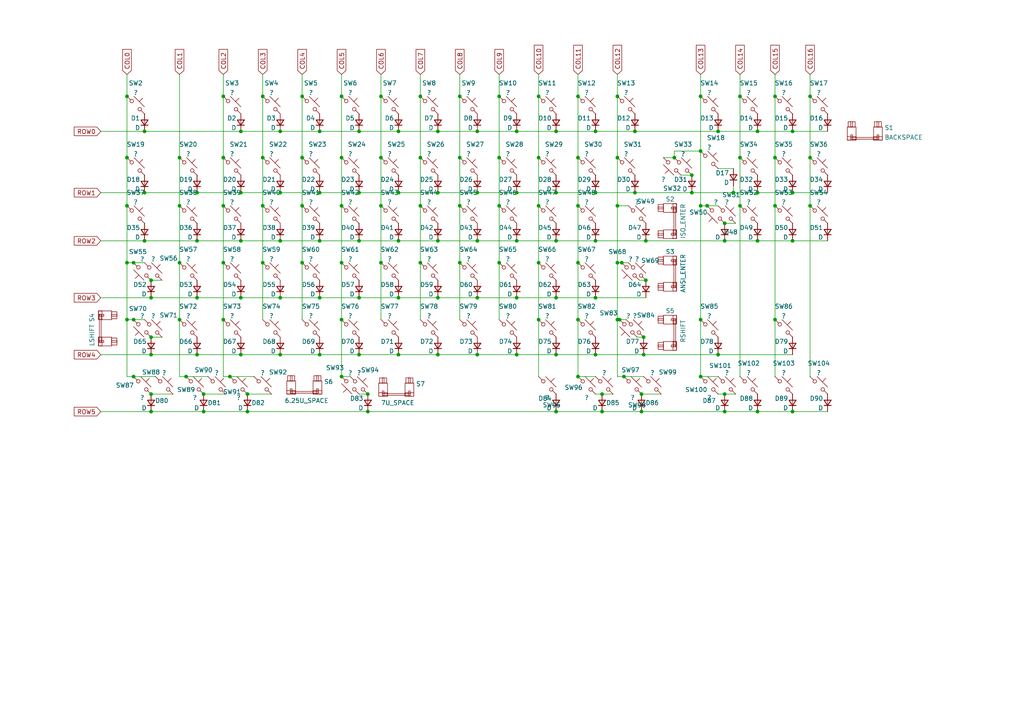
<source format=kicad_sch>
(kicad_sch (version 20211123) (generator eeschema)
  (paper "A4")
  (junction (at 161.29 69.85))
  (junction (at 234.95 59.69))
  (junction (at 208.28 38.1))
  (junction (at 127 102.87))
  (junction (at 172.72 102.87))
  (junction (at 214.63 27.94))
  (junction (at 106.68 114.3))
  (junction (at 76.2 27.94))
  (junction (at 167.64 27.94))
  (junction (at 121.92 27.94))
  (junction (at 156.21 76.2))
  (junction (at 69.85 69.85))
  (junction (at 138.43 86.36))
  (junction (at 57.15 69.85))
  (junction (at 110.49 76.2))
  (junction (at 186.69 97.79))
  (junction (at 186.055 119.38))
  (junction (at 133.35 76.2))
  (junction (at 64.77 45.72))
  (junction (at 127 69.85))
  (junction (at 106.68 119.38))
  (junction (at 167.64 92.71))
  (junction (at 229.87 69.85))
  (junction (at 38.735 76.2))
  (junction (at 149.86 86.36))
  (junction (at 69.85 86.36))
  (junction (at 161.29 102.87))
  (junction (at 205.105 59.69))
  (junction (at 87.63 76.2))
  (junction (at 203.2 92.71))
  (junction (at 64.77 27.94))
  (junction (at 179.07 92.71))
  (junction (at 234.95 45.72))
  (junction (at 161.29 55.88))
  (junction (at 172.72 38.1))
  (junction (at 174.625 119.38))
  (junction (at 92.71 102.87))
  (junction (at 138.43 69.85))
  (junction (at 224.79 92.71))
  (junction (at 57.15 55.88))
  (junction (at 41.91 69.85))
  (junction (at 179.07 27.94))
  (junction (at 212.725 55.88))
  (junction (at 115.57 69.85))
  (junction (at 138.43 55.88))
  (junction (at 144.78 59.69))
  (junction (at 41.91 55.88))
  (junction (at 224.79 27.94))
  (junction (at 149.86 55.88))
  (junction (at 52.07 59.69))
  (junction (at 36.83 27.94))
  (junction (at 104.14 86.36))
  (junction (at 57.15 102.87))
  (junction (at 172.72 69.85))
  (junction (at 200.66 55.88))
  (junction (at 99.06 76.2))
  (junction (at 179.07 45.72))
  (junction (at 59.055 119.38))
  (junction (at 144.78 27.94))
  (junction (at 172.72 55.88))
  (junction (at 229.87 55.88))
  (junction (at 115.57 55.88))
  (junction (at 133.35 45.72))
  (junction (at 64.77 59.69))
  (junction (at 41.91 38.1))
  (junction (at 138.43 38.1))
  (junction (at 104.14 55.88))
  (junction (at 43.815 97.79))
  (junction (at 81.28 102.87))
  (junction (at 186.055 114.3))
  (junction (at 92.71 55.88))
  (junction (at 81.28 69.85))
  (junction (at 156.21 92.71))
  (junction (at 210.185 69.85))
  (junction (at 53.975 109.22))
  (junction (at 87.63 27.94))
  (junction (at 38.735 92.71))
  (junction (at 52.07 92.71))
  (junction (at 224.79 59.69))
  (junction (at 210.185 119.38))
  (junction (at 66.675 109.22))
  (junction (at 174.625 114.3))
  (junction (at 92.71 38.1))
  (junction (at 57.15 86.36))
  (junction (at 69.85 55.88))
  (junction (at 149.86 38.1))
  (junction (at 195.58 45.72))
  (junction (at 115.57 102.87))
  (junction (at 167.64 59.69))
  (junction (at 127 38.1))
  (junction (at 208.28 102.87))
  (junction (at 172.72 86.36))
  (junction (at 229.87 38.1))
  (junction (at 156.21 59.69))
  (junction (at 214.63 59.69))
  (junction (at 92.71 69.85))
  (junction (at 71.755 119.38))
  (junction (at 210.185 64.77))
  (junction (at 99.06 59.69))
  (junction (at 161.29 38.1))
  (junction (at 43.815 114.3))
  (junction (at 64.77 92.71))
  (junction (at 187.325 81.28))
  (junction (at 76.2 59.69))
  (junction (at 36.83 59.69))
  (junction (at 203.2 59.69))
  (junction (at 87.63 59.69))
  (junction (at 36.83 92.71))
  (junction (at 224.79 45.72))
  (junction (at 59.055 114.3))
  (junction (at 110.49 45.72))
  (junction (at 144.78 45.72))
  (junction (at 104.14 102.87))
  (junction (at 121.92 76.2))
  (junction (at 71.755 114.3))
  (junction (at 121.92 45.72))
  (junction (at 127 86.36))
  (junction (at 187.325 69.85))
  (junction (at 52.07 45.72))
  (junction (at 138.43 102.87))
  (junction (at 167.64 109.22))
  (junction (at 149.86 102.87))
  (junction (at 104.14 38.1))
  (junction (at 214.63 45.72))
  (junction (at 219.71 119.38))
  (junction (at 219.71 69.85))
  (junction (at 52.07 76.2))
  (junction (at 156.21 27.94))
  (junction (at 69.85 38.1))
  (junction (at 186.69 102.87))
  (junction (at 115.57 86.36))
  (junction (at 64.77 76.2))
  (junction (at 203.2 43.815))
  (junction (at 179.07 59.69))
  (junction (at 121.92 59.69))
  (junction (at 161.29 86.36))
  (junction (at 76.2 76.2))
  (junction (at 180.34 76.2))
  (junction (at 161.29 119.38))
  (junction (at 36.83 45.72))
  (junction (at 203.2 109.22))
  (junction (at 99.06 27.94))
  (junction (at 43.815 86.36))
  (junction (at 144.78 76.2))
  (junction (at 203.2 27.94))
  (junction (at 69.85 102.87))
  (junction (at 179.07 76.2))
  (junction (at 115.57 38.1))
  (junction (at 180.975 109.22))
  (junction (at 156.21 45.72))
  (junction (at 81.28 38.1))
  (junction (at 219.71 55.88))
  (junction (at 87.63 45.72))
  (junction (at 36.83 76.2))
  (junction (at 43.815 119.38))
  (junction (at 234.95 27.94))
  (junction (at 92.71 86.36))
  (junction (at 184.15 55.88))
  (junction (at 99.06 109.22))
  (junction (at 149.86 69.85))
  (junction (at 200.66 50.8))
  (junction (at 133.35 27.94))
  (junction (at 99.06 92.71))
  (junction (at 43.815 81.28))
  (junction (at 110.49 27.94))
  (junction (at 104.14 69.85))
  (junction (at 81.28 55.88))
  (junction (at 167.64 45.72))
  (junction (at 210.185 114.3))
  (junction (at 110.49 59.69))
  (junction (at 229.87 119.38))
  (junction (at 184.15 38.1))
  (junction (at 99.06 45.72))
  (junction (at 38.735 109.22))
  (junction (at 43.815 102.87))
  (junction (at 179.705 92.71))
  (junction (at 133.35 59.69))
  (junction (at 81.28 86.36))
  (junction (at 76.2 45.72))
  (junction (at 219.71 38.1))
  (junction (at 167.64 76.2))
  (junction (at 127 55.88))
  (wire (pts (xy 92.71 55.88) (xy 104.14 55.88)))
  (wire (pts (xy 81.28 102.87) (xy 92.71 102.87)))
  (wire (pts (xy 76.2 59.69) (xy 76.2 76.2)))
  (wire (pts (xy 144.78 45.72) (xy 144.78 59.69)))
  (wire (pts (xy 187.325 69.85) (xy 210.185 69.85)))
  (wire (pts (xy 197.485 50.8) (xy 200.66 50.8)))
  (wire (pts (xy 41.91 38.1) (xy 69.85 38.1)))
  (wire (pts (xy 149.86 38.1) (xy 161.29 38.1)))
  (wire (pts (xy 186.055 119.38) (xy 210.185 119.38)))
  (wire (pts (xy 41.91 69.85) (xy 57.15 69.85)))
  (wire (pts (xy 43.815 119.38) (xy 59.055 119.38)))
  (wire (pts (xy 185.42 81.28) (xy 187.325 81.28)))
  (wire (pts (xy 29.21 69.85) (xy 41.91 69.85)))
  (wire (pts (xy 180.34 76.2) (xy 179.07 76.2)))
  (wire (pts (xy 52.07 109.22) (xy 53.975 109.22)))
  (wire (pts (xy 167.64 21.59) (xy 167.64 27.94)))
  (wire (pts (xy 144.78 76.2) (xy 144.78 92.71)))
  (wire (pts (xy 29.21 102.87) (xy 43.815 102.87)))
  (wire (pts (xy 57.15 55.88) (xy 69.85 55.88)))
  (wire (pts (xy 208.28 114.3) (xy 210.185 114.3)))
  (wire (pts (xy 161.29 38.1) (xy 172.72 38.1)))
  (wire (pts (xy 29.21 119.38) (xy 43.815 119.38)))
  (wire (pts (xy 203.2 109.22) (xy 208.28 109.22)))
  (wire (pts (xy 224.79 27.94) (xy 224.79 45.72)))
  (wire (pts (xy 87.63 21.59) (xy 87.63 27.94)))
  (wire (pts (xy 167.64 45.72) (xy 167.64 59.69)))
  (wire (pts (xy 81.28 86.36) (xy 92.71 86.36)))
  (wire (pts (xy 29.21 86.36) (xy 43.815 86.36)))
  (wire (pts (xy 52.07 21.59) (xy 52.07 45.72)))
  (wire (pts (xy 156.21 27.94) (xy 156.21 45.72)))
  (wire (pts (xy 87.63 45.72) (xy 87.63 59.69)))
  (wire (pts (xy 59.055 119.38) (xy 71.755 119.38)))
  (wire (pts (xy 174.625 114.3) (xy 177.8 114.3)))
  (wire (pts (xy 106.68 119.38) (xy 161.29 119.38)))
  (wire (pts (xy 156.21 92.71) (xy 156.21 109.22)))
  (wire (pts (xy 224.79 92.71) (xy 224.79 109.22)))
  (wire (pts (xy 144.78 27.94) (xy 144.78 45.72)))
  (wire (pts (xy 115.57 69.85) (xy 127 69.85)))
  (wire (pts (xy 99.06 109.22) (xy 101.6 109.22)))
  (wire (pts (xy 110.49 21.59) (xy 110.49 27.94)))
  (wire (pts (xy 99.06 21.59) (xy 99.06 27.94)))
  (wire (pts (xy 57.15 69.85) (xy 69.85 69.85)))
  (wire (pts (xy 133.35 45.72) (xy 133.35 59.69)))
  (wire (pts (xy 127 69.85) (xy 138.43 69.85)))
  (wire (pts (xy 36.83 59.69) (xy 36.83 76.2)))
  (wire (pts (xy 104.14 114.3) (xy 106.68 114.3)))
  (wire (pts (xy 36.83 76.2) (xy 36.83 92.71)))
  (wire (pts (xy 71.755 119.38) (xy 106.68 119.38)))
  (wire (pts (xy 172.72 55.88) (xy 184.15 55.88)))
  (wire (pts (xy 64.77 76.2) (xy 64.77 92.71)))
  (wire (pts (xy 167.64 109.22) (xy 172.72 109.22)))
  (wire (pts (xy 229.87 69.85) (xy 240.03 69.85)))
  (wire (pts (xy 87.63 76.2) (xy 87.63 92.71)))
  (wire (pts (xy 36.83 45.72) (xy 36.83 59.69)))
  (wire (pts (xy 179.07 45.72) (xy 179.07 59.69)))
  (wire (pts (xy 200.66 55.88) (xy 212.725 55.88)))
  (wire (pts (xy 179.07 27.94) (xy 179.07 45.72)))
  (wire (pts (xy 115.57 38.1) (xy 127 38.1)))
  (wire (pts (xy 210.185 114.3) (xy 213.36 114.3)))
  (wire (pts (xy 29.21 38.1) (xy 41.91 38.1)))
  (wire (pts (xy 212.725 55.88) (xy 219.71 55.88)))
  (wire (pts (xy 234.95 59.69) (xy 234.95 109.22)))
  (wire (pts (xy 172.72 102.87) (xy 186.69 102.87)))
  (wire (pts (xy 104.14 102.87) (xy 115.57 102.87)))
  (wire (pts (xy 138.43 55.88) (xy 149.86 55.88)))
  (wire (pts (xy 64.77 21.59) (xy 64.77 27.94)))
  (wire (pts (xy 38.735 92.71) (xy 41.91 92.71)))
  (wire (pts (xy 121.92 45.72) (xy 121.92 59.69)))
  (wire (pts (xy 167.64 92.71) (xy 167.64 109.22)))
  (wire (pts (xy 115.57 102.87) (xy 127 102.87)))
  (wire (pts (xy 69.85 55.88) (xy 81.28 55.88)))
  (wire (pts (xy 186.69 102.87) (xy 208.28 102.87)))
  (wire (pts (xy 110.49 59.69) (xy 110.49 76.2)))
  (wire (pts (xy 133.35 59.69) (xy 133.35 76.2)))
  (wire (pts (xy 87.63 59.69) (xy 87.63 76.2)))
  (wire (pts (xy 127 38.1) (xy 138.43 38.1)))
  (wire (pts (xy 229.87 38.1) (xy 240.03 38.1)))
  (wire (pts (xy 144.78 21.59) (xy 144.78 27.94)))
  (wire (pts (xy 121.92 27.94) (xy 121.92 45.72)))
  (wire (pts (xy 172.72 86.36) (xy 187.325 86.36)))
  (wire (pts (xy 110.49 76.2) (xy 110.49 92.71)))
  (wire (pts (xy 203.2 21.59) (xy 203.2 27.94)))
  (wire (pts (xy 186.055 114.3) (xy 191.77 114.3)))
  (wire (pts (xy 192.405 45.72) (xy 195.58 45.72)))
  (wire (pts (xy 104.14 38.1) (xy 115.57 38.1)))
  (wire (pts (xy 133.35 21.59) (xy 133.35 27.94)))
  (wire (pts (xy 81.28 69.85) (xy 92.71 69.85)))
  (wire (pts (xy 156.21 21.59) (xy 156.21 27.94)))
  (wire (pts (xy 104.14 86.36) (xy 115.57 86.36)))
  (wire (pts (xy 52.07 76.2) (xy 52.07 92.71)))
  (wire (pts (xy 203.2 59.69) (xy 203.2 92.71)))
  (wire (pts (xy 41.91 55.88) (xy 57.15 55.88)))
  (wire (pts (xy 87.63 27.94) (xy 87.63 45.72)))
  (wire (pts (xy 161.29 69.85) (xy 172.72 69.85)))
  (wire (pts (xy 184.15 38.1) (xy 208.28 38.1)))
  (wire (pts (xy 144.78 59.69) (xy 144.78 76.2)))
  (wire (pts (xy 43.815 114.3) (xy 50.165 114.3)))
  (wire (pts (xy 214.63 59.69) (xy 214.63 109.22)))
  (wire (pts (xy 43.815 86.36) (xy 57.15 86.36)))
  (wire (pts (xy 156.21 45.72) (xy 156.21 59.69)))
  (wire (pts (xy 110.49 27.94) (xy 110.49 45.72)))
  (wire (pts (xy 224.79 21.59) (xy 224.79 27.94)))
  (wire (pts (xy 81.28 38.1) (xy 92.71 38.1)))
  (wire (pts (xy 210.185 69.85) (xy 219.71 69.85)))
  (wire (pts (xy 138.43 69.85) (xy 149.86 69.85)))
  (wire (pts (xy 121.92 76.2) (xy 121.92 92.71)))
  (wire (pts (xy 115.57 55.88) (xy 127 55.88)))
  (wire (pts (xy 180.975 109.22) (xy 186.69 109.22)))
  (wire (pts (xy 99.06 76.2) (xy 99.06 92.71)))
  (wire (pts (xy 99.06 59.69) (xy 99.06 76.2)))
  (wire (pts (xy 210.185 119.38) (xy 219.71 119.38)))
  (wire (pts (xy 66.675 109.22) (xy 73.66 109.22)))
  (wire (pts (xy 133.35 27.94) (xy 133.35 45.72)))
  (wire (pts (xy 161.29 102.87) (xy 172.72 102.87)))
  (wire (pts (xy 36.83 109.22) (xy 38.735 109.22)))
  (wire (pts (xy 64.77 109.22) (xy 66.675 109.22)))
  (wire (pts (xy 203.2 59.69) (xy 205.105 59.69)))
  (wire (pts (xy 205.105 59.69) (xy 208.28 59.69)))
  (wire (pts (xy 219.71 69.85) (xy 229.87 69.85)))
  (wire (pts (xy 156.21 59.69) (xy 156.21 76.2)))
  (wire (pts (xy 76.2 76.2) (xy 76.2 92.71)))
  (wire (pts (xy 121.92 21.59) (xy 121.92 27.94)))
  (wire (pts (xy 161.29 119.38) (xy 174.625 119.38)))
  (wire (pts (xy 115.57 86.36) (xy 127 86.36)))
  (wire (pts (xy 38.735 109.22) (xy 45.085 109.22)))
  (wire (pts (xy 203.2 92.71) (xy 203.2 109.22)))
  (wire (pts (xy 110.49 45.72) (xy 110.49 59.69)))
  (wire (pts (xy 64.77 27.94) (xy 64.77 45.72)))
  (wire (pts (xy 210.185 64.77) (xy 213.36 64.77)))
  (wire (pts (xy 121.92 59.69) (xy 121.92 76.2)))
  (wire (pts (xy 71.755 114.3) (xy 78.74 114.3)))
  (wire (pts (xy 219.71 55.88) (xy 229.87 55.88)))
  (wire (pts (xy 179.07 59.69) (xy 179.07 76.2)))
  (wire (pts (xy 127 55.88) (xy 138.43 55.88)))
  (wire (pts (xy 214.63 45.72) (xy 214.63 59.69)))
  (wire (pts (xy 212.725 53.975) (xy 212.725 55.88)))
  (wire (pts (xy 69.85 38.1) (xy 81.28 38.1)))
  (wire (pts (xy 43.815 97.79) (xy 46.99 97.79)))
  (wire (pts (xy 76.2 27.94) (xy 76.2 45.72)))
  (wire (pts (xy 234.95 45.72) (xy 234.95 59.69)))
  (wire (pts (xy 99.06 92.71) (xy 99.06 109.22)))
  (wire (pts (xy 36.83 27.94) (xy 36.83 45.72)))
  (wire (pts (xy 29.21 55.88) (xy 41.91 55.88)))
  (wire (pts (xy 184.785 97.79) (xy 186.69 97.79)))
  (wire (pts (xy 38.735 76.2) (xy 41.91 76.2)))
  (wire (pts (xy 76.2 21.59) (xy 76.2 27.94)))
  (wire (pts (xy 172.72 114.3) (xy 174.625 114.3)))
  (wire (pts (xy 208.28 102.87) (xy 229.87 102.87)))
  (wire (pts (xy 127 86.36) (xy 138.43 86.36)))
  (wire (pts (xy 104.14 55.88) (xy 115.57 55.88)))
  (wire (pts (xy 149.86 102.87) (xy 161.29 102.87)))
  (wire (pts (xy 149.86 69.85) (xy 161.29 69.85)))
  (wire (pts (xy 179.07 109.22) (xy 180.975 109.22)))
  (wire (pts (xy 92.71 86.36) (xy 104.14 86.36)))
  (wire (pts (xy 69.85 86.36) (xy 81.28 86.36)))
  (wire (pts (xy 36.83 21.59) (xy 36.83 27.94)))
  (wire (pts (xy 69.85 69.85) (xy 81.28 69.85)))
  (wire (pts (xy 57.15 102.87) (xy 69.85 102.87)))
  (wire (pts (xy 64.77 92.71) (xy 64.77 109.22)))
  (wire (pts (xy 184.15 55.88) (xy 200.66 55.88)))
  (wire (pts (xy 167.64 59.69) (xy 167.64 76.2)))
  (wire (pts (xy 203.2 27.94) (xy 203.2 43.815)))
  (wire (pts (xy 64.77 59.69) (xy 64.77 76.2)))
  (wire (pts (xy 229.87 55.88) (xy 240.03 55.88)))
  (wire (pts (xy 138.43 86.36) (xy 149.86 86.36)))
  (wire (pts (xy 57.15 86.36) (xy 69.85 86.36)))
  (wire (pts (xy 224.79 59.69) (xy 224.79 92.71)))
  (wire (pts (xy 92.71 38.1) (xy 104.14 38.1)))
  (wire (pts (xy 167.64 27.94) (xy 167.64 45.72)))
  (wire (pts (xy 203.2 43.815) (xy 203.2 59.69)))
  (wire (pts (xy 36.83 92.71) (xy 38.735 92.71)))
  (wire (pts (xy 127 102.87) (xy 138.43 102.87)))
  (wire (pts (xy 36.83 92.71) (xy 36.83 109.22)))
  (wire (pts (xy 229.87 119.38) (xy 240.03 119.38)))
  (wire (pts (xy 69.85 102.87) (xy 81.28 102.87)))
  (wire (pts (xy 53.975 109.22) (xy 60.325 109.22)))
  (wire (pts (xy 156.21 76.2) (xy 156.21 92.71)))
  (wire (pts (xy 81.28 55.88) (xy 92.71 55.88)))
  (wire (pts (xy 133.35 76.2) (xy 133.35 92.71)))
  (wire (pts (xy 219.71 119.38) (xy 229.87 119.38)))
  (wire (pts (xy 179.07 76.2) (xy 179.07 92.71)))
  (wire (pts (xy 214.63 27.94) (xy 214.63 45.72)))
  (wire (pts (xy 43.815 102.87) (xy 57.15 102.87)))
  (wire (pts (xy 149.86 86.36) (xy 161.29 86.36)))
  (wire (pts (xy 52.07 59.69) (xy 52.07 76.2)))
  (wire (pts (xy 172.72 38.1) (xy 184.15 38.1)))
  (wire (pts (xy 195.58 43.815) (xy 195.58 45.72)))
  (wire (pts (xy 99.06 45.72) (xy 99.06 59.69)))
  (wire (pts (xy 208.28 38.1) (xy 219.71 38.1)))
  (wire (pts (xy 52.07 92.71) (xy 52.07 109.22)))
  (wire (pts (xy 138.43 38.1) (xy 149.86 38.1)))
  (wire (pts (xy 161.29 55.88) (xy 172.72 55.88)))
  (wire (pts (xy 104.14 69.85) (xy 115.57 69.85)))
  (wire (pts (xy 224.79 45.72) (xy 224.79 59.69)))
  (wire (pts (xy 76.2 45.72) (xy 76.2 59.69)))
  (wire (pts (xy 174.625 119.38) (xy 186.055 119.38)))
  (wire (pts (xy 92.71 69.85) (xy 104.14 69.85)))
  (wire (pts (xy 234.95 27.94) (xy 234.95 45.72)))
  (wire (pts (xy 43.815 81.28) (xy 46.99 81.28)))
  (wire (pts (xy 182.245 76.2) (xy 180.34 76.2)))
  (wire (pts (xy 161.29 86.36) (xy 172.72 86.36)))
  (wire (pts (xy 99.06 27.94) (xy 99.06 45.72)))
  (wire (pts (xy 59.055 114.3) (xy 65.405 114.3)))
  (wire (pts (xy 179.07 21.59) (xy 179.07 27.94)))
  (wire (pts (xy 179.705 92.71) (xy 181.61 92.71)))
  (wire (pts (xy 64.77 45.72) (xy 64.77 59.69)))
  (wire (pts (xy 219.71 38.1) (xy 229.87 38.1)))
  (wire (pts (xy 179.07 59.69) (xy 182.245 59.69)))
  (wire (pts (xy 36.83 76.2) (xy 38.735 76.2)))
  (wire (pts (xy 167.64 76.2) (xy 167.64 92.71)))
  (wire (pts (xy 138.43 102.87) (xy 149.86 102.87)))
  (wire (pts (xy 214.63 21.59) (xy 214.63 27.94)))
  (wire (pts (xy 172.72 69.85) (xy 187.325 69.85)))
  (wire (pts (xy 203.2 43.815) (xy 195.58 43.815)))
  (wire (pts (xy 212.725 48.895) (xy 208.28 48.895)))
  (wire (pts (xy 52.07 45.72) (xy 52.07 59.69)))
  (wire (pts (xy 149.86 55.88) (xy 161.29 55.88)))
  (wire (pts (xy 179.07 92.71) (xy 179.705 92.71)))
  (wire (pts (xy 92.71 102.87) (xy 104.14 102.87)))
  (wire (pts (xy 179.07 92.71) (xy 179.07 109.22)))
  (wire (pts (xy 234.95 21.59) (xy 234.95 27.94)))
  (global_label "ROW2" (shape input) (at 29.21 69.85 180) (property "Intersheet References" "${INTERSHEET_REFS}" (effects hide)))
  (global_label "COL13" (shape input) (at 203.2 21.59 90) (property "Intersheet References" "${INTERSHEET_REFS}" (effects hide)))
  (global_label "COL2" (shape input) (at 64.77 21.59 90) (property "Intersheet References" "${INTERSHEET_REFS}" (effects hide)))
  (global_label "COL0" (shape input) (at 36.83 21.59 90) (property "Intersheet References" "${INTERSHEET_REFS}" (effects hide)))
  (global_label "COL10" (shape input) (at 156.21 21.59 90) (property "Intersheet References" "${INTERSHEET_REFS}" (effects hide)))
  (global_label "COL15" (shape input) (at 224.79 21.59 90) (property "Intersheet References" "${INTERSHEET_REFS}" (effects hide)))
  (global_label "ROW5" (shape input) (at 29.21 119.38 180) (property "Intersheet References" "${INTERSHEET_REFS}" (effects hide)))
  (global_label "COL16" (shape input) (at 234.95 21.59 90) (property "Intersheet References" "${INTERSHEET_REFS}" (effects hide)))
  (global_label "ROW1" (shape input) (at 29.21 55.88 180) (property "Intersheet References" "${INTERSHEET_REFS}" (effects hide)))
  (global_label "ROW3" (shape input) (at 29.21 86.36 180) (property "Intersheet References" "${INTERSHEET_REFS}" (effects hide)))
  (global_label "COL7" (shape input) (at 121.92 21.59 90) (property "Intersheet References" "${INTERSHEET_REFS}" (effects hide)))
  (global_label "COL12" (shape input) (at 179.07 21.59 90) (property "Intersheet References" "${INTERSHEET_REFS}" (effects hide)))
  (global_label "COL14" (shape input) (at 214.63 21.59 90) (property "Intersheet References" "${INTERSHEET_REFS}" (effects hide)))
  (global_label "COL8" (shape input) (at 133.35 21.59 90) (property "Intersheet References" "${INTERSHEET_REFS}" (effects hide)))
  (global_label "COL9" (shape input) (at 144.78 21.59 90) (property "Intersheet References" "${INTERSHEET_REFS}" (effects hide)))
  (global_label "ROW0" (shape input) (at 29.21 38.1 180) (property "Intersheet References" "${INTERSHEET_REFS}" (effects hide)))
  (global_label "COL11" (shape input) (at 167.64 21.59 90) (property "Intersheet References" "${INTERSHEET_REFS}" (effects hide)))
  (global_label "ROW4" (shape input) (at 29.21 102.87 180) (property "Intersheet References" "${INTERSHEET_REFS}" (effects hide)))
  (global_label "COL4" (shape input) (at 87.63 21.59 90) (property "Intersheet References" "${INTERSHEET_REFS}" (effects hide)))
  (global_label "COL6" (shape input) (at 110.49 21.59 90) (property "Intersheet References" "${INTERSHEET_REFS}" (effects hide)))
  (global_label "COL1" (shape input) (at 52.07 21.59 90) (property "Intersheet References" "${INTERSHEET_REFS}" (effects hide)))
  (global_label "COL3" (shape input) (at 76.2 21.59 90) (property "Intersheet References" "${INTERSHEET_REFS}" (effects hide)))
  (global_label "COL5" (shape input) (at 99.06 21.59 90) (property "Intersheet References" "${INTERSHEET_REFS}" (effects hide)))
  (symbol (lib_id "Device:D_Small") (at 149.86 83.82 90) (unit 1)
    (property "Reference" "D61" (at 148.59 82.55 90) (effects (justify left)))
    (property "Value" "D" (at 148.59 85.3251 90) (effects (justify left)))
    (property "Footprint" "Diode_SMD:D_SOD-123" (effects hide))
    (property "LCSC" "C81598" (effects hide))
  )
  (symbol (lib_id "marbastlib-mx:MX_SW_HS") (at 217.17 62.23 0) (unit 1)
    (property "Reference" "SW52" (at 217.17 55.8505 0))
    (property "Value" "?" (at 217.17 58.6256 0))
    (property "Footprint" "marbastlib-mx:SW_MX_1u" (effects hide))
  )
  (symbol (lib_id "marbastlib-mx:MX_SW_HS") (at 147.32 95.25 0) (unit 1)
    (property "Reference" "SW80" (at 147.32 88.8705 0))
    (property "Value" "?" (at 147.32 91.6456 0))
    (property "Footprint" "marbastlib-mx:SW_MX_1u" (effects hide))
  )
  (symbol (lib_id "Device:D_Small") (at 81.28 35.56 90) (unit 1)
    (property "Reference" "D3" (at 80.01 34.29 90) (effects (justify left)))
    (property "Value" "D" (at 80.01 37.0651 90) (effects (justify left)))
    (property "Footprint" "Diode_SMD:D_SOD-123" (effects hide))
    (property "LCSC" "C81598" (effects hide))
  )
  (symbol (lib_id "Device:D_Small") (at 106.68 116.84 90) (unit 1)
    (property "Reference" "D83" (at 105.41 115.57 90) (effects (justify left)))
    (property "Value" "D" (at 105.41 118.3451 90) (effects (justify left)))
    (property "Footprint" "Diode_SMD:D_SOD-123" (effects hide))
    (property "LCSC" "C81598" (effects hide))
  )
  (symbol (lib_id "marbastlib-mx:MX_SW_HS") (at 124.46 62.23 0) (unit 1)
    (property "Reference" "SW44" (at 124.46 55.8505 0))
    (property "Value" "?" (at 124.46 58.6256 0))
    (property "Footprint" "marbastlib-mx:SW_MX_1u" (effects hide))
  )
  (symbol (lib_id "Device:D_Small") (at 104.14 83.82 90) (unit 1)
    (property "Reference" "D57" (at 102.87 82.55 90) (effects (justify left)))
    (property "Value" "D" (at 102.87 85.3251 90) (effects (justify left)))
    (property "Footprint" "Diode_SMD:D_SOD-123" (effects hide))
    (property "LCSC" "C81598" (effects hide))
  )
  (symbol (lib_id "Device:D_Small") (at 127 35.56 90) (unit 1)
    (property "Reference" "D7" (at 125.73 34.29 90) (effects (justify left)))
    (property "Value" "D" (at 125.73 37.0651 90) (effects (justify left)))
    (property "Footprint" "Diode_SMD:D_SOD-123" (effects hide))
    (property "LCSC" "C81598" (effects hide))
  )
  (symbol (lib_id "Device:D_Small") (at 92.71 53.34 90) (unit 1)
    (property "Reference" "D22" (at 91.44 52.07 90) (effects (justify left)))
    (property "Value" "D" (at 91.44 54.8451 90) (effects (justify left)))
    (property "Footprint" "Diode_SMD:D_SOD-123" (effects hide))
    (property "LCSC" "C81598" (effects hide))
  )
  (symbol (lib_id "marbastlib-mx:MX_SW_HS") (at 54.61 95.25 0) (unit 1)
    (property "Reference" "SW72" (at 54.61 88.8705 0))
    (property "Value" "?" (at 54.61 91.6456 0))
    (property "Footprint" "marbastlib-mx:SW_MX_1u" (effects hide))
  )
  (symbol (lib_id "marbastlib-mx:MX_SW_HS") (at 147.32 30.48 0) (unit 1)
    (property "Reference" "SW10" (at 147.32 24.1005 0))
    (property "Value" "?" (at 147.32 26.8756 0))
    (property "Footprint" "marbastlib-mx:SW_MX_1u" (effects hide))
  )
  (symbol (lib_id "marbastlib-mx:MX_SW_HS") (at 205.74 30.48 0) (unit 1)
    (property "Reference" "SW14" (at 205.74 24.1005 0))
    (property "Value" "?" (at 205.74 26.8756 0))
    (property "Footprint" "marbastlib-mx:SW_MX_1u" (effects hide))
  )
  (symbol (lib_id "Device:D_Small") (at 200.66 53.34 90) (unit 1)
    (property "Reference" "D31" (at 199.39 52.07 90) (effects (justify left)))
    (property "Value" "D" (at 199.39 54.8451 90) (effects (justify left)))
    (property "Footprint" "Diode_SMD:D_SOD-123" (effects hide))
    (property "LCSC" "C81598" (effects hide))
  )
  (symbol (lib_id "marbastlib-mx:MX_SW_HS") (at 158.75 48.26 0) (unit 1)
    (property "Reference" "SW29" (at 160.655 41.8805 0))
    (property "Value" "?" (at 158.75 44.6556 0))
    (property "Footprint" "marbastlib-mx:SW_MX_1u" (effects hide))
  )
  (symbol (lib_id "marbastlib-mx:MX_SW_HS") (at 41.275 111.76 0) (unit 1)
    (property "Reference" "SW87" (at 36.195 111.76 0))
    (property "Value" "?" (at 41.275 115.3359 0))
    (property "Footprint" "marbastlib-mx:SW_MX_1.25u" (effects hide))
  )
  (symbol (lib_id "marbastlib-mx:MX_SW_HS") (at 124.46 30.48 0) (unit 1)
    (property "Reference" "SW8" (at 124.46 24.1005 0))
    (property "Value" "?" (at 124.46 26.8756 0))
    (property "Footprint" "marbastlib-mx:SW_MX_1u" (effects hide))
  )
  (symbol (lib_id "Device:D_Small") (at 219.71 67.31 90) (unit 1)
    (property "Reference" "D49" (at 218.44 66.04 90) (effects (justify left)))
    (property "Value" "D" (at 218.44 68.8151 90) (effects (justify left)))
    (property "Footprint" "Diode_SMD:D_SOD-123" (effects hide))
    (property "LCSC" "C81598" (effects hide))
  )
  (symbol (lib_id "Device:D_Small") (at 161.29 116.84 90) (unit 1)
    (property "Reference" "D84" (at 160.02 115.57 90) (effects (justify left)))
    (property "Value" "D" (at 160.02 118.3451 90) (effects (justify left)))
    (property "Footprint" "Diode_SMD:D_SOD-123" (effects hide))
    (property "LCSC" "C81598" (effects hide))
  )
  (symbol (lib_id "marbastlib-mx:MX_SW_HS") (at 227.33 30.48 0) (unit 1)
    (property "Reference" "SW16" (at 227.33 24.1005 0))
    (property "Value" "?" (at 227.33 26.8756 0))
    (property "Footprint" "marbastlib-mx:SW_MX_1u" (effects hide))
  )
  (symbol (lib_id "Device:D_Small") (at 115.57 67.31 90) (unit 1)
    (property "Reference" "D41" (at 114.3 66.04 90) (effects (justify left)))
    (property "Value" "D" (at 114.3 68.8151 90) (effects (justify left)))
    (property "Footprint" "Diode_SMD:D_SOD-123" (effects hide))
    (property "LCSC" "C81598" (effects hide))
  )
  (symbol (lib_id "Device:D_Small") (at 229.87 67.31 90) (unit 1)
    (property "Reference" "D50" (at 228.6 66.04 90) (effects (justify left)))
    (property "Value" "D" (at 228.6 68.8151 90) (effects (justify left)))
    (property "Footprint" "Diode_SMD:D_SOD-123" (effects hide))
    (property "LCSC" "C81598" (effects hide))
  )
  (symbol (lib_id "marbastlib-mx:MX_SW_HS") (at 101.6 62.23 0) (unit 1)
    (property "Reference" "SW42" (at 101.6 55.8505 0))
    (property "Value" "?" (at 101.6 58.6256 0))
    (property "Footprint" "marbastlib-mx:SW_MX_1u" (effects hide))
  )
  (symbol (lib_id "marbastlib-mx:MX_SW_HS") (at 170.18 95.25 0) (unit 1)
    (property "Reference" "SW82" (at 170.18 88.8705 0))
    (property "Value" "?" (at 170.18 91.6456 0))
    (property "Footprint" "marbastlib-mx:SW_MX_1u" (effects hide))
  )
  (symbol (lib_id "marbastlib-mx:MX_SW_HS") (at 44.45 78.74 0) (unit 1)
    (property "Reference" "SW56" (at 48.895 74.93 0))
    (property "Value" "?" (at 44.45 75.1356 0))
    (property "Footprint" "marbastlib-mx:SW_MX_1.75u" (effects hide))
  )
  (symbol (lib_id "Device:D_Small") (at 69.85 100.33 90) (unit 1)
    (property "Reference" "D67" (at 68.58 99.06 90) (effects (justify left)))
    (property "Value" "D" (at 68.58 101.8351 90) (effects (justify left)))
    (property "Footprint" "Diode_SMD:D_SOD-123" (effects hide))
    (property "LCSC" "C81598" (effects hide))
  )
  (symbol (lib_id "marbastlib-mx:MX_SW_HS") (at 227.33 62.23 0) (unit 1)
    (property "Reference" "SW53" (at 227.33 55.8505 0))
    (property "Value" "?" (at 227.33 58.6256 0))
    (property "Footprint" "marbastlib-mx:SW_MX_1u" (effects hide))
  )
  (symbol (lib_id "marbastlib-mx:MX_SW_HS") (at 44.45 95.25 0) (unit 1)
    (property "Reference" "SW71" (at 48.895 91.44 0))
    (property "Value" "?" (at 44.45 91.6456 0))
    (property "Footprint" "marbastlib-mx:SW_MX_1u" (effects hide))
  )
  (symbol (lib_id "Device:D_Small") (at 219.71 53.34 90) (unit 1)
    (property "Reference" "D32" (at 218.44 52.07 90) (effects (justify left)))
    (property "Value" "D" (at 218.44 54.8451 90) (effects (justify left)))
    (property "Footprint" "Diode_SMD:D_SOD-123" (effects hide))
    (property "LCSC" "C81598" (effects hide))
  )
  (symbol (lib_id "Device:D_Small") (at 240.03 67.31 90) (unit 1)
    (property "Reference" "D51" (at 238.76 66.04 90) (effects (justify left)))
    (property "Value" "D" (at 238.76 68.8151 90) (effects (justify left)))
    (property "Footprint" "Diode_SMD:D_SOD-123" (effects hide))
    (property "LCSC" "C81598" (effects hide))
  )
  (symbol (lib_id "Device:D_Small") (at 69.85 35.56 90) (unit 1)
    (property "Reference" "D2" (at 68.58 34.29 90) (effects (justify left)))
    (property "Value" "D" (at 68.58 37.0651 90) (effects (justify left)))
    (property "Footprint" "Diode_SMD:D_SOD-123" (effects hide))
    (property "LCSC" "C81598" (effects hide))
  )
  (symbol (lib_id "marbastlib-mx:MX_SW_HS") (at 101.6 78.74 0) (unit 1)
    (property "Reference" "SW61" (at 101.6 72.3605 0))
    (property "Value" "?" (at 101.6 75.1356 0))
    (property "Footprint" "marbastlib-mx:SW_MX_1u" (effects hide))
  )
  (symbol (lib_id "Device:D_Small") (at 161.29 67.31 90) (unit 1)
    (property "Reference" "D45" (at 160.02 66.04 90) (effects (justify left)))
    (property "Value" "D" (at 160.02 68.8151 90) (effects (justify left)))
    (property "Footprint" "Diode_SMD:D_SOD-123" (effects hide))
    (property "LCSC" "C81598" (effects hide))
  )
  (symbol (lib_id "Device:D_Small") (at 229.87 116.84 90) (unit 1)
    (property "Reference" "D89" (at 228.6 115.57 90) (effects (justify left)))
    (property "Value" "D" (at 228.6 118.3451 90) (effects (justify left)))
    (property "Footprint" "Diode_SMD:D_SOD-123" (effects hide))
    (property "LCSC" "C81598" (effects hide))
  )
  (symbol (lib_id "Device:D_Small") (at 57.15 83.82 90) (unit 1)
    (property "Reference" "D53" (at 55.88 82.55 90) (effects (justify left)))
    (property "Value" "D" (at 55.88 85.3251 90) (effects (justify left)))
    (property "Footprint" "Diode_SMD:D_SOD-123" (effects hide))
    (property "LCSC" "C81598" (effects hide))
  )
  (symbol (lib_id "marbastlib-mx:MX_SW_HS") (at 101.6 30.48 0) (unit 1)
    (property "Reference" "SW6" (at 101.6 24.1005 0))
    (property "Value" "?" (at 101.6 26.8756 0))
    (property "Footprint" "marbastlib-mx:SW_MX_1u" (effects hide))
  )
  (symbol (lib_id "Device:D_Small") (at 186.055 116.84 90) (unit 1)
    (property "Reference" "D86" (at 191.135 116.84 90) (effects (justify left)))
    (property "Value" "D" (at 184.785 118.3451 90) (effects (justify left)))
    (property "Footprint" "Diode_SMD:D_SOD-123" (effects hide))
    (property "LCSC" "C81598" (effects hide))
  )
  (symbol (lib_id "Device:D_Small") (at 208.28 35.56 90) (unit 1)
    (property "Reference" "D13" (at 207.01 34.29 90) (effects (justify left)))
    (property "Value" "D" (at 207.01 37.0651 90) (effects (justify left)))
    (property "Footprint" "Diode_SMD:D_SOD-123" (effects hide))
    (property "LCSC" "C81598" (effects hide))
  )
  (symbol (lib_id "marbastlib-mx:MX_SW_HS") (at 170.18 30.48 0) (unit 1)
    (property "Reference" "SW12" (at 170.18 24.1005 0))
    (property "Value" "?" (at 170.18 26.8756 0))
    (property "Footprint" "marbastlib-mx:SW_MX_1u" (effects hide))
  )
  (symbol (lib_id "marbastlib-mx:MX_SW_HS") (at 101.6 111.76 180) (unit 1)
    (property "Reference" "SW93" (at 97.155 106.68 0))
    (property "Value" "?" (at 101.6 108.1841 0))
    (property "Footprint" "marbastlib-mx:SW_MX_1u" (effects hide))
  )
  (symbol (lib_id "Device:D_Small") (at 127 100.33 90) (unit 1)
    (property "Reference" "D72" (at 125.73 99.06 90) (effects (justify left)))
    (property "Value" "D" (at 125.73 101.8351 90) (effects (justify left)))
    (property "Footprint" "Diode_SMD:D_SOD-123" (effects hide))
    (property "LCSC" "C81598" (effects hide))
  )
  (symbol (lib_id "marbastlib-mx:MX_SW_HS") (at 101.6 95.25 0) (unit 1)
    (property "Reference" "SW76" (at 101.6 88.8705 0))
    (property "Value" "?" (at 101.6 91.6456 0))
    (property "Footprint" "marbastlib-mx:SW_MX_1u" (effects hide))
  )
  (symbol (lib_id "marbastlib-mx:MX_SW_HS") (at 170.18 48.26 0) (unit 1)
    (property "Reference" "SW30" (at 172.085 41.8805 0))
    (property "Value" "?" (at 170.18 44.6556 0))
    (property "Footprint" "marbastlib-mx:SW_MX_1u" (effects hide))
  )
  (symbol (lib_id "marbastlib-mx:MX_SW_HS") (at 184.785 78.74 0) (unit 1)
    (property "Reference" "SW69" (at 188.595 75.565 0))
    (property "Value" "?" (at 184.785 75.1356 0))
    (property "Footprint" "marbastlib-mx:SW_MX_1u" (effects hide))
  )
  (symbol (lib_id "marbastlib-mx:MX_SW_HS") (at 113.03 62.23 0) (unit 1)
    (property "Reference" "SW43" (at 113.03 55.8505 0))
    (property "Value" "?" (at 113.03 58.6256 0))
    (property "Footprint" "marbastlib-mx:SW_MX_1u" (effects hide))
  )
  (symbol (lib_id "marbastlib-mx:MX_stab") (at 193.675 96.52 90) (unit 1)
    (property "Reference" "S5" (at 193.04 90.17 90) (effects (justify right)))
    (property "Value" "RSHIFT" (at 198.12 92.71 0) (effects (justify right)))
    (property "Footprint" "marbastlib-mx:STAB_MX_2.75u" (effects hide))
  )
  (symbol (lib_id "Device:D_Small") (at 57.15 100.33 90) (unit 1)
    (property "Reference" "D66" (at 55.88 99.06 90) (effects (justify left)))
    (property "Value" "D" (at 55.88 101.8351 90) (effects (justify left)))
    (property "Footprint" "Diode_SMD:D_SOD-123" (effects hide))
    (property "LCSC" "C81598" (effects hide))
  )
  (symbol (lib_id "Device:D_Small") (at 104.14 53.34 90) (unit 1)
    (property "Reference" "D23" (at 102.87 52.07 90) (effects (justify left)))
    (property "Value" "D" (at 102.87 54.8451 90) (effects (justify left)))
    (property "Footprint" "Diode_SMD:D_SOD-123" (effects hide))
    (property "LCSC" "C81598" (effects hide))
  )
  (symbol (lib_id "Device:D_Small") (at 161.29 83.82 90) (unit 1)
    (property "Reference" "D62" (at 160.02 82.55 90) (effects (justify left)))
    (property "Value" "D" (at 160.02 85.3251 90) (effects (justify left)))
    (property "Footprint" "Diode_SMD:D_SOD-123" (effects hide))
    (property "LCSC" "C81598" (effects hide))
  )
  (symbol (lib_id "marbastlib-mx:MX_SW_HS") (at 210.82 62.23 0) (unit 1)
    (property "Reference" "SW51" (at 212.09 56.515 0))
    (property "Value" "?" (at 210.82 58.6256 0))
    (property "Footprint" "marbastlib-mx:SW_MX_1u" (effects hide))
  )
  (symbol (lib_id "marbastlib-mx:MX_SW_HS") (at 217.17 111.76 0) (unit 1)
    (property "Reference" "SW102" (at 217.17 105.3805 0))
    (property "Value" "?" (at 217.17 108.1556 0))
    (property "Footprint" "marbastlib-mx:SW_MX_1u" (effects hide))
  )
  (symbol (lib_id "marbastlib-mx:MX_SW_HS") (at 158.75 95.25 0) (unit 1)
    (property "Reference" "SW81" (at 158.75 88.8705 0))
    (property "Value" "?" (at 158.75 91.6456 0))
    (property "Footprint" "marbastlib-mx:SW_MX_1u" (effects hide))
  )
  (symbol (lib_id "marbastlib-mx:MX_SW_HS") (at 227.33 95.25 0) (unit 1)
    (property "Reference" "SW86" (at 227.33 88.8705 0))
    (property "Value" "?" (at 227.33 91.6456 0))
    (property "Footprint" "marbastlib-mx:SW_MX_1u" (effects hide))
  )
  (symbol (lib_id "marbastlib-mx:MX_SW_HS") (at 189.23 111.76 0) (unit 1)
    (property "Reference" "SW99" (at 193.675 107.95 0))
    (property "Value" "?" (at 189.23 108.1556 0))
    (property "Footprint" "marbastlib-mx:SW_MX_1.25u" (effects hide))
  )
  (symbol (lib_id "marbastlib-mx:MX_SW_HS") (at 113.03 95.25 0) (unit 1)
    (property "Reference" "SW77" (at 113.03 88.8705 0))
    (property "Value" "?" (at 113.03 91.6456 0))
    (property "Footprint" "marbastlib-mx:SW_MX_1u" (effects hide))
  )
  (symbol (lib_id "Device:D_Small") (at 43.815 100.33 90) (unit 1)
    (property "Reference" "D65" (at 42.545 99.06 90) (effects (justify left)))
    (property "Value" "D" (at 42.545 101.8351 90) (effects (justify left)))
    (property "Footprint" "Diode_SMD:D_SOD-123" (effects hide))
    (property "LCSC" "C81598" (effects hide))
  )
  (symbol (lib_id "Device:D_Small") (at 208.28 100.33 90) (unit 1)
    (property "Reference" "D78" (at 207.01 99.06 90) (effects (justify left)))
    (property "Value" "D" (at 207.01 101.8351 90) (effects (justify left)))
    (property "Footprint" "Diode_SMD:D_SOD-123" (effects hide))
    (property "LCSC" "C81598" (effects hide))
  )
  (symbol (lib_id "marbastlib-mx:MX_stab") (at 31.115 95.25 270) (unit 1)
    (property "Reference" "S4" (at 26.67 90.805 0) (effects (justify left)))
    (property "Value" "LSHIFT" (at 26.67 93.98 0) (effects (justify left)))
    (property "Footprint" "marbastlib-mx:STAB_MX_2.25u" (effects hide))
  )
  (symbol (lib_id "Device:D_Small") (at 219.71 35.56 90) (unit 1)
    (property "Reference" "D14" (at 218.44 34.29 90) (effects (justify left)))
    (property "Value" "D" (at 218.44 37.0651 90) (effects (justify left)))
    (property "Footprint" "Diode_SMD:D_SOD-123" (effects hide))
    (property "LCSC" "C81598" (effects hide))
  )
  (symbol (lib_id "Device:D_Small") (at 115.57 83.82 90) (unit 1)
    (property "Reference" "D58" (at 114.3 82.55 90) (effects (justify left)))
    (property "Value" "D" (at 114.3 85.3251 90) (effects (justify left)))
    (property "Footprint" "Diode_SMD:D_SOD-123" (effects hide))
    (property "LCSC" "C81598" (effects hide))
  )
  (symbol (lib_id "Device:D_Small") (at 127 53.34 90) (unit 1)
    (property "Reference" "D25" (at 125.73 52.07 90) (effects (justify left)))
    (property "Value" "D" (at 125.73 54.8451 90) (effects (justify left)))
    (property "Footprint" "Diode_SMD:D_SOD-123" (effects hide))
    (property "LCSC" "C81598" (effects hide))
  )
  (symbol (lib_id "marbastlib-mx:MX_SW_HS") (at 170.18 78.74 0) (unit 1)
    (property "Reference" "SW67" (at 170.18 72.3605 0))
    (property "Value" "?" (at 170.18 75.1356 0))
    (property "Footprint" "marbastlib-mx:SW_MX_1u" (effects hide))
  )
  (symbol (lib_id "Device:D_Small") (at 81.28 100.33 90) (unit 1)
    (property "Reference" "D68" (at 80.01 99.06 90) (effects (justify left)))
    (property "Value" "D" (at 80.01 101.8351 90) (effects (justify left)))
    (property "Footprint" "Diode_SMD:D_SOD-123" (effects hide))
    (property "LCSC" "C81598" (effects hide))
  )
  (symbol (lib_id "Device:D_Small") (at 138.43 83.82 90) (unit 1)
    (property "Reference" "D60" (at 137.16 82.55 90) (effects (justify left)))
    (property "Value" "D" (at 137.16 85.3251 90) (effects (justify left)))
    (property "Footprint" "Diode_SMD:D_SOD-123" (effects hide))
    (property "LCSC" "C81598" (effects hide))
  )
  (symbol (lib_id "Device:D_Small") (at 115.57 100.33 90) (unit 1)
    (property "Reference" "D71" (at 114.3 99.06 90) (effects (justify left)))
    (property "Value" "D" (at 114.3 101.8351 90) (effects (justify left)))
    (property "Footprint" "Diode_SMD:D_SOD-123" (effects hide))
    (property "LCSC" "C81598" (effects hide))
  )
  (symbol (lib_id "Device:D_Small") (at 115.57 35.56 90) (unit 1)
    (property "Reference" "D6" (at 114.3 34.29 90) (effects (justify left)))
    (property "Value" "D" (at 114.3 37.0651 90) (effects (justify left)))
    (property "Footprint" "Diode_SMD:D_SOD-123" (effects hide))
    (property "LCSC" "C81598" (effects hide))
  )
  (symbol (lib_id "Device:D_Small") (at 92.71 100.33 90) (unit 1)
    (property "Reference" "D69" (at 91.44 99.06 90) (effects (justify left)))
    (property "Value" "D" (at 91.44 101.8351 90) (effects (justify left)))
    (property "Footprint" "Diode_SMD:D_SOD-123" (effects hide))
    (property "LCSC" "C81598" (effects hide))
  )
  (symbol (lib_id "Device:D_Small") (at 57.15 53.34 90) (unit 1)
    (property "Reference" "D19" (at 55.88 52.07 90) (effects (justify left)))
    (property "Value" "D" (at 55.88 54.8451 90) (effects (justify left)))
    (property "Footprint" "Diode_SMD:D_SOD-123" (effects hide))
    (property "LCSC" "C81598" (effects hide))
  )
  (symbol (lib_id "marbastlib-mx:MX_SW_HS") (at 54.61 78.74 0) (unit 1)
    (property "Reference" "SW57" (at 54.61 72.3605 0))
    (property "Value" "?" (at 54.61 75.1356 0))
    (property "Footprint" "marbastlib-mx:SW_MX_1u" (effects hide))
  )
  (symbol (lib_id "Device:D_Small") (at 174.625 116.84 90) (unit 1)
    (property "Reference" "D85" (at 179.705 116.84 90) (effects (justify left)))
    (property "Value" "D" (at 173.355 118.3451 90) (effects (justify left)))
    (property "Footprint" "Diode_SMD:D_SOD-123" (effects hide))
    (property "LCSC" "C81598" (effects hide))
  )
  (symbol (lib_id "marbastlib-mx:MX_SW_HS") (at 41.275 78.74 180) (unit 1)
    (property "Reference" "SW55" (at 40.005 73.025 0))
    (property "Value" "?" (at 41.275 75.1641 0))
    (property "Footprint" "marbastlib-mx:SW_MX_1.75u_stp" (effects hide))
  )
  (symbol (lib_id "marbastlib-mx:MX_SW_HS") (at 39.37 62.23 0) (unit 1)
    (property "Reference" "SW37" (at 39.37 55.8505 0))
    (property "Value" "?" (at 39.37 58.6256 0))
    (property "Footprint" "marbastlib-mx:SW_MX_1.5u" (effects hide))
  )
  (symbol (lib_id "Device:D_Small") (at 41.91 67.31 90) (unit 1)
    (property "Reference" "D35" (at 40.64 66.04 90) (effects (justify left)))
    (property "Value" "D" (at 40.64 68.8151 90) (effects (justify left)))
    (property "Footprint" "Diode_SMD:D_SOD-123" (effects hide))
    (property "LCSC" "C81598" (effects hide))
  )
  (symbol (lib_id "marbastlib-mx:MX_SW_HS") (at 237.49 111.76 0) (unit 1)
    (property "Reference" "SW104" (at 237.49 105.3805 0))
    (property "Value" "?" (at 237.49 108.1556 0))
    (property "Footprint" "marbastlib-mx:SW_MX_1u" (effects hide))
  )
  (symbol (lib_id "marbastlib-mx:MX_stab") (at 250.825 38.1 0) (unit 1)
    (property "Reference" "S1" (at 256.54 37.0645 0) (effects (justify left)))
    (property "Value" "BACKSPACE" (at 256.54 39.8396 0) (effects (justify left)))
    (property "Footprint" "marbastlib-mx:STAB_MX_2u" (effects hide))
  )
  (symbol (lib_id "Device:D_Small") (at 210.185 67.31 90) (unit 1)
    (property "Reference" "D48" (at 213.995 67.31 90) (effects (justify left)))
    (property "Value" "D" (at 208.915 68.8151 90) (effects (justify left)))
    (property "Footprint" "Diode_SMD:D_SOD-123" (effects hide))
    (property "LCSC" "C81598" (effects hide))
  )
  (symbol (lib_id "Device:D_Small") (at 240.03 35.56 90) (unit 1)
    (property "Reference" "D16" (at 238.76 34.29 90) (effects (justify left)))
    (property "Value" "D" (at 238.76 37.0651 90) (effects (justify left)))
    (property "Footprint" "Diode_SMD:D_SOD-123" (effects hide))
    (property "LCSC" "C81598" (effects hide))
  )
  (symbol (lib_id "marbastlib-mx:MX_stab") (at 88.265 111.76 0) (unit 1)
    (property "Reference" "S6" (at 93.98 110.7245 0) (effects (justify left)))
    (property "Value" "6.25U_SPACE" (at 82.55 116.205 0) (effects (justify left)))
    (property "Footprint" "marbastlib-mx:STAB_MX_6.25u" (effects hide))
  )
  (symbol (lib_id "marbastlib-mx:MX_SW_HS") (at 184.15 95.25 0) (unit 1)
    (property "Reference" "SW84" (at 187.325 91.44 0))
    (property "Value" "?" (at 184.15 91.6456 0))
    (property "Footprint" "marbastlib-mx:SW_MX_1.75u" (effects hide))
  )
  (symbol (lib_id "Device:D_Small") (at 138.43 35.56 90) (unit 1)
    (property "Reference" "D8" (at 137.16 34.29 90) (effects (justify left)))
    (property "Value" "D" (at 137.16 37.0651 90) (effects (justify left)))
    (property "Footprint" "Diode_SMD:D_SOD-123" (effects hide))
    (property "LCSC" "C81598" (effects hide))
  )
  (symbol (lib_id "marbastlib-mx:MX_SW_HS") (at 205.74 111.76 0) (unit 1)
    (property "Reference" "SW100" (at 201.93 113.03 0))
    (property "Value" "?" (at 205.74 115.3359 0))
    (property "Footprint" "marbastlib-mx:SW_MX_1.25u" (effects hide))
  )
  (symbol (lib_id "marbastlib-mx:MX_SW_HS") (at 175.26 111.76 0) (unit 1)
    (property "Reference" "SW97" (at 182.88 107.315 0))
    (property "Value" "?" (at 175.26 108.1556 0))
    (property "Footprint" "marbastlib-mx:SW_MX_1.25u" (effects hide))
  )
  (symbol (lib_id "marbastlib-mx:MX_SW_HS") (at 135.89 62.23 0) (unit 1)
    (property "Reference" "SW45" (at 135.89 55.8505 0))
    (property "Value" "?" (at 135.89 58.6256 0))
    (property "Footprint" "marbastlib-mx:SW_MX_1u" (effects hide))
  )
  (symbol (lib_id "marbastlib-mx:MX_SW_HS") (at 56.515 111.76 0) (unit 1)
    (property "Reference" "SW89" (at 53.975 113.03 0))
    (property "Value" "?" (at 56.515 115.3359 0))
    (property "Footprint" "marbastlib-mx:SW_MX_1.25u" (effects hide))
  )
  (symbol (lib_id "marbastlib-mx:MX_SW_HS") (at 90.17 62.23 0) (unit 1)
    (property "Reference" "SW41" (at 90.17 55.8505 0))
    (property "Value" "?" (at 90.17 58.6256 0))
    (property "Footprint" "marbastlib-mx:SW_MX_1u" (effects hide))
  )
  (symbol (lib_id "Device:D_Small") (at 104.14 100.33 90) (unit 1)
    (property "Reference" "D70" (at 102.87 99.06 90) (effects (justify left)))
    (property "Value" "D" (at 102.87 101.8351 90) (effects (justify left)))
    (property "Footprint" "Diode_SMD:D_SOD-123" (effects hide))
    (property "LCSC" "C81598" (effects hide))
  )
  (symbol (lib_id "Device:D_Small") (at 172.72 100.33 90) (unit 1)
    (property "Reference" "D76" (at 171.45 99.06 90) (effects (justify left)))
    (property "Value" "D" (at 171.45 101.8351 90) (effects (justify left)))
    (property "Footprint" "Diode_SMD:D_SOD-123" (effects hide))
    (property "LCSC" "C81598" (effects hide))
  )
  (symbol (lib_id "Device:D_Small") (at 240.03 53.34 90) (unit 1)
    (property "Reference" "D34" (at 238.76 52.07 90) (effects (justify left)))
    (property "Value" "D" (at 238.76 54.8451 90) (effects (justify left)))
    (property "Footprint" "Diode_SMD:D_SOD-123" (effects hide))
    (property "LCSC" "C81598" (effects hide))
  )
  (symbol (lib_id "marbastlib-mx:MX_SW_HS") (at 67.31 48.26 0) (unit 1)
    (property "Reference" "SW21" (at 69.215 41.8805 0))
    (property "Value" "?" (at 67.31 44.6556 0))
    (property "Footprint" "marbastlib-mx:SW_MX_1u" (effects hide))
  )
  (symbol (lib_id "Device:D_Small") (at 57.15 67.31 90) (unit 1)
    (property "Reference" "D36" (at 55.88 66.04 90) (effects (justify left)))
    (property "Value" "D" (at 55.88 68.8151 90) (effects (justify left)))
    (property "Footprint" "Diode_SMD:D_SOD-123" (effects hide))
    (property "LCSC" "C81598" (effects hide))
  )
  (symbol (lib_id "Device:D_Small") (at 229.87 100.33 90) (unit 1)
    (property "Reference" "D79" (at 228.6 99.06 90) (effects (justify left)))
    (property "Value" "D" (at 228.6 101.8351 90) (effects (justify left)))
    (property "Footprint" "Diode_SMD:D_SOD-123" (effects hide))
    (property "LCSC" "C81598" (effects hide))
  )
  (symbol (lib_id "marbastlib-mx:MX_SW_HS") (at 158.75 30.48 0) (unit 1)
    (property "Reference" "SW11" (at 158.75 24.1005 0))
    (property "Value" "?" (at 158.75 26.8756 0))
    (property "Footprint" "marbastlib-mx:SW_MX_1u" (effects hide))
  )
  (symbol (lib_id "marbastlib-mx:MX_SW_HS") (at 78.74 30.48 0) (unit 1)
    (property "Reference" "SW4" (at 78.74 24.1005 0))
    (property "Value" "?" (at 78.74 26.8756 0))
    (property "Footprint" "marbastlib-mx:SW_MX_1u" (effects hide))
  )
  (symbol (lib_id "Device:D_Small") (at 149.86 100.33 90) (unit 1)
    (property "Reference" "D74" (at 148.59 99.06 90) (effects (justify left)))
    (property "Value" "D" (at 148.59 101.8351 90) (effects (justify left)))
    (property "Footprint" "Diode_SMD:D_SOD-123" (effects hide))
    (property "LCSC" "C81598" (effects hide))
  )
  (symbol (lib_id "Device:D_Small") (at 172.72 83.82 90) (unit 1)
    (property "Reference" "D63" (at 171.45 82.55 90) (effects (justify left)))
    (property "Value" "D" (at 171.45 85.3251 90) (effects (justify left)))
    (property "Footprint" "Diode_SMD:D_SOD-123" (effects hide))
    (property "LCSC" "C81598" (effects hide))
  )
  (symbol (lib_id "Device:D_Small") (at 138.43 67.31 90) (unit 1)
    (property "Reference" "D43" (at 137.16 66.04 90) (effects (justify left)))
    (property "Value" "D" (at 137.16 68.8151 90) (effects (justify left)))
    (property "Footprint" "Diode_SMD:D_SOD-123" (effects hide))
    (property "LCSC" "C81598" (effects hide))
  )
  (symbol (lib_id "Device:D_Small") (at 43.815 83.82 90) (unit 1)
    (property "Reference" "D52" (at 42.545 82.55 90) (effects (justify left)))
    (property "Value" "D" (at 42.545 85.3251 90) (effects (justify left)))
    (property "Footprint" "Diode_SMD:D_SOD-123" (effects hide))
    (property "LCSC" "C81598" (effects hide))
  )
  (symbol (lib_id "Device:D_Small") (at 229.87 53.34 90) (unit 1)
    (property "Reference" "D33" (at 228.6 52.07 90) (effects (justify left)))
    (property "Value" "D" (at 228.6 54.8451 90) (effects (justify left)))
    (property "Footprint" "Diode_SMD:D_SOD-123" (effects hide))
    (property "LCSC" "C81598" (effects hide))
  )
  (symbol (lib_id "Device:D_Small") (at 184.15 53.34 90) (unit 1)
    (property "Reference" "D30" (at 182.88 52.07 90) (effects (justify left)))
    (property "Value" "D" (at 182.88 54.8451 90) (effects (justify left)))
    (property "Footprint" "Diode_SMD:D_SOD-123" (effects hide))
    (property "LCSC" "C81598" (effects hide))
  )
  (symbol (lib_id "Device:D_Small") (at 161.29 35.56 90) (unit 1)
    (property "Reference" "D10" (at 160.02 34.29 90) (effects (justify left)))
    (property "Value" "D" (at 160.02 37.0651 90) (effects (justify left)))
    (property "Footprint" "Diode_SMD:D_SOD-123" (effects hide))
    (property "LCSC" "C81598" (effects hide))
  )
  (symbol (lib_id "Device:D_Small") (at 149.86 53.34 90) (unit 1)
    (property "Reference" "D27" (at 148.59 52.07 90) (effects (justify left)))
    (property "Value" "D" (at 148.59 54.8451 90) (effects (justify left)))
    (property "Footprint" "Diode_SMD:D_SOD-123" (effects hide))
    (property "LCSC" "C81598" (effects hide))
  )
  (symbol (lib_id "marbastlib-mx:MX_SW_HS") (at 67.31 78.74 0) (unit 1)
    (property "Reference" "SW58" (at 67.31 72.3605 0))
    (property "Value" "?" (at 67.31 75.1356 0))
    (property "Footprint" "marbastlib-mx:SW_MX_1u" (effects hide))
  )
  (symbol (lib_id "marbastlib-mx:MX_SW_HS") (at 54.61 62.23 0) (unit 1)
    (property "Reference" "SW38" (at 54.61 55.8505 0))
    (property "Value" "?" (at 54.61 58.6256 0))
    (property "Footprint" "marbastlib-mx:SW_MX_1u" (effects hide))
  )
  (symbol (lib_id "marbastlib-mx:MX_SW_HS") (at 184.785 62.23 0) (unit 1)
    (property "Reference" "SW49" (at 187.325 58.42 0))
    (property "Value" "?" (at 184.785 58.6256 0))
    (property "Footprint" "marbastlib-mx:SW_MX_1u" (effects hide))
  )
  (symbol (lib_id "marbastlib-mx:MX_SW_HS") (at 67.31 62.23 0) (unit 1)
    (property "Reference" "SW39" (at 67.31 55.8505 0))
    (property "Value" "?" (at 67.31 58.6256 0))
    (property "Footprint" "marbastlib-mx:SW_MX_1u" (effects hide))
  )
  (symbol (lib_id "marbastlib-mx:MX_SW_HS") (at 39.37 30.48 0) (unit 1)
    (property "Reference" "SW2" (at 39.37 24.1005 0))
    (property "Value" "?" (at 39.37 26.8756 0))
    (property "Footprint" "marbastlib-mx:SW_MX_1u" (effects hide))
  )
  (symbol (lib_id "marbastlib-mx:MX_SW_HS") (at 39.37 48.26 0) (unit 1)
    (property "Reference" "SW19" (at 39.37 41.8805 0))
    (property "Value" "?" (at 39.37 44.6556 0))
    (property "Footprint" "marbastlib-mx:SW_MX_1u" (effects hide))
  )
  (symbol (lib_id "marbastlib-mx:MX_SW_HS") (at 182.245 95.25 180) (unit 1)
    (property "Reference" "SW83" (at 176.53 90.805 0))
    (property "Value" "?" (at 182.245 91.6741 0))
    (property "Footprint" "marbastlib-mx:SW_MX_1u" (effects hide))
  )
  (symbol (lib_id "marbastlib-mx:MX_SW_HS") (at 227.33 111.76 0) (unit 1)
    (property "Reference" "SW103" (at 227.33 105.3805 0))
    (property "Value" "?" (at 227.33 108.1556 0))
    (property "Footprint" "marbastlib-mx:SW_MX_1u" (effects hide))
  )
  (symbol (lib_id "Device:D_Small") (at 104.14 67.31 90) (unit 1)
    (property "Reference" "D40" (at 102.87 66.04 90) (effects (justify left)))
    (property "Value" "D" (at 102.87 68.8151 90) (effects (justify left)))
    (property "Footprint" "Diode_SMD:D_SOD-123" (effects hide))
    (property "LCSC" "C81598" (effects hide))
  )
  (symbol (lib_id "Device:D_Small") (at 69.85 67.31 90) (unit 1)
    (property "Reference" "D37" (at 68.58 66.04 90) (effects (justify left)))
    (property "Value" "D" (at 68.58 68.8151 90) (effects (justify left)))
    (property "Footprint" "Diode_SMD:D_SOD-123" (effects hide))
    (property "LCSC" "C81598" (effects hide))
  )
  (symbol (lib_id "marbastlib-mx:MX_SW_HS") (at 78.74 78.74 0) (unit 1)
    (property "Reference" "SW59" (at 78.74 72.3605 0))
    (property "Value" "?" (at 78.74 75.1356 0))
    (property "Footprint" "marbastlib-mx:SW_MX_1u" (effects hide))
  )
  (symbol (lib_id "marbastlib-mx:MX_stab") (at 114.935 112.395 0) (unit 1)
    (property "Reference" "S7" (at 120.65 111.3595 0) (effects (justify left)))
    (property "Value" "7U_SPACE" (at 110.49 116.84 0) (effects (justify left)))
    (property "Footprint" "marbastlib-mx:STAB_MX_7u" (effects hide))
  )
  (symbol (lib_id "marbastlib-mx:MX_SW_HS") (at 135.89 95.25 0) (unit 1)
    (property "Reference" "SW79" (at 135.89 88.8705 0))
    (property "Value" "?" (at 135.89 91.6456 0))
    (property "Footprint" "marbastlib-mx:SW_MX_1u" (effects hide))
  )
  (symbol (lib_id "Device:D_Small") (at 41.91 35.56 90) (unit 1)
    (property "Reference" "D1" (at 40.64 34.29 90) (effects (justify left)))
    (property "Value" "D" (at 40.64 37.0651 90) (effects (justify left)))
    (property "Footprint" "Diode_SMD:D_SOD-123" (effects hide))
    (property "LCSC" "C81598" (effects hide))
  )
  (symbol (lib_id "Device:D_Small") (at 92.71 35.56 90) (unit 1)
    (property "Reference" "D4" (at 91.44 34.29 90) (effects (justify left)))
    (property "Value" "D" (at 91.44 37.0651 90) (effects (justify left)))
    (property "Footprint" "Diode_SMD:D_SOD-123" (effects hide))
    (property "LCSC" "C81598" (effects hide))
  )
  (symbol (lib_id "marbastlib-mx:MX_SW_HS") (at 62.865 111.76 0) (unit 1)
    (property "Reference" "SW90" (at 59.055 107.315 0))
    (property "Value" "?" (at 62.865 108.1556 0))
    (property "Footprint" "marbastlib-mx:SW_MX_1u" (effects hide))
  )
  (symbol (lib_id "marbastlib-mx:MX_SW_HS") (at 181.61 30.48 0) (unit 1)
    (property "Reference" "SW13" (at 181.61 24.1005 0))
    (property "Value" "?" (at 181.61 26.8756 0))
    (property "Footprint" "marbastlib-mx:SW_MX_1u" (effects hide))
  )
  (symbol (lib_id "marbastlib-mx:MX_stab") (at 193.675 64.135 90) (unit 1)
    (property "Reference" "S2" (at 193.04 57.785 90) (effects (justify right)))
    (property "Value" "ISO_ENTER" (at 198.12 59.055 0) (effects (justify right)))
    (property "Footprint" "marbastlib-mx:STAB_MX_ISO_FLIPPED" (effects hide))
  )
  (symbol (lib_id "marbastlib-mx:MX_SW_HS") (at 194.945 48.26 180) (unit 1)
    (property "Reference" "SW32" (at 194.945 54.6395 0))
    (property "Value" "?" (at 192.405 52.07 0))
    (property "Footprint" "marbastlib-mx:SW_MX_1u" (effects hide))
  )
  (symbol (lib_id "marbastlib-mx:MX_SW_HS") (at 158.75 62.23 0) (unit 1)
    (property "Reference" "SW47" (at 158.75 55.8505 0))
    (property "Value" "?" (at 158.75 58.6256 0))
    (property "Footprint" "marbastlib-mx:SW_MX_1u" (effects hide))
  )
  (symbol (lib_id "Device:D_Small") (at 104.14 35.56 90) (unit 1)
    (property "Reference" "D5" (at 102.87 34.29 90) (effects (justify left)))
    (property "Value" "D" (at 102.87 37.0651 90) (effects (justify left)))
    (property "Footprint" "Diode_SMD:D_SOD-123" (effects hide))
    (property "LCSC" "C81598" (effects hide))
  )
  (symbol (lib_id "Device:D_Small") (at 210.185 116.84 90) (unit 1)
    (property "Reference" "D87" (at 207.645 116.205 90) (effects (justify left)))
    (property "Value" "D" (at 208.915 118.3451 90) (effects (justify left)))
    (property "Footprint" "Diode_SMD:D_SOD-123" (effects hide))
    (property "LCSC" "C81598" (effects hide))
  )
  (symbol (lib_id "Device:D_Small") (at 172.72 53.34 90) (unit 1)
    (property "Reference" "D29" (at 171.45 52.07 90) (effects (justify left)))
    (property "Value" "D" (at 171.45 54.8451 90) (effects (justify left)))
    (property "Footprint" "Diode_SMD:D_SOD-123" (effects hide))
    (property "LCSC" "C81598" (effects hide))
  )
  (symbol (lib_id "Device:D_Small") (at 127 67.31 90) (unit 1)
    (property "Reference" "D42" (at 125.73 66.04 90) (effects (justify left)))
    (property "Value" "D" (at 125.73 68.8151 90) (effects (justify left)))
    (property "Footprint" "Diode_SMD:D_SOD-123" (effects hide))
    (property "LCSC" "C81598" (effects hide))
  )
  (symbol (lib_id "Device:D_Small") (at 187.325 83.82 90) (unit 1)
    (property "Reference" "D64" (at 186.055 82.55 90) (effects (justify left)))
    (property "Value" "D" (at 186.055 85.3251 90) (effects (justify left)))
    (property "Footprint" "Diode_SMD:D_SOD-123" (effects hide))
    (property "LCSC" "C81598" (effects hide))
  )
  (symbol (lib_id "marbastlib-mx:MX_SW_HS") (at 198.12 48.26 0) (unit 1)
    (property "Reference" "SW33" (at 198.12 41.8805 0))
    (property "Value" "?" (at 198.12 44.6556 0))
    (property "Footprint" "marbastlib-mx:SW_MX_1u" (effects hide))
  )
  (symbol (lib_id "Device:D_Small") (at 43.815 116.84 90) (unit 1)
    (property "Reference" "D80" (at 48.895 116.205 90) (effects (justify left)))
    (property "Value" "D" (at 42.545 118.3451 90) (effects (justify left)))
    (property "Footprint" "Diode_SMD:D_SOD-123" (effects hide))
    (property "LCSC" "C81598" (effects hide))
  )
  (symbol (lib_id "marbastlib-mx:MX_SW_HS") (at 90.17 95.25 0) (unit 1)
    (property "Reference" "SW75" (at 90.17 88.8705 0))
    (property "Value" "?" (at 90.17 91.6456 0))
    (property "Footprint" "marbastlib-mx:SW_MX_1u" (effects hide))
  )
  (symbol (lib_id "marbastlib-mx:MX_SW_HS") (at 113.03 78.74 0) (unit 1)
    (property "Reference" "SW62" (at 113.03 72.3605 0))
    (property "Value" "?" (at 113.03 75.1356 0))
    (property "Footprint" "marbastlib-mx:SW_MX_1u" (effects hide))
  )
  (symbol (lib_id "Device:D_Small") (at 149.86 67.31 90) (unit 1)
    (property "Reference" "D44" (at 148.59 66.04 90) (effects (justify left)))
    (property "Value" "D" (at 148.59 68.8151 90) (effects (justify left)))
    (property "Footprint" "Diode_SMD:D_SOD-123" (effects hide))
    (property "LCSC" "C81598" (effects hide))
  )
  (symbol (lib_id "marbastlib-mx:MX_SW_HS") (at 67.31 95.25 0) (unit 1)
    (property "Reference" "SW73" (at 67.31 88.8705 0))
    (property "Value" "?" (at 67.31 91.6456 0))
    (property "Footprint" "marbastlib-mx:SW_MX_1u" (effects hide))
  )
  (symbol (lib_id "marbastlib-mx:MX_SW_HS") (at 135.89 78.74 0) (unit 1)
    (property "Reference" "SW64" (at 135.89 72.3605 0))
    (property "Value" "?" (at 135.89 75.1356 0))
    (property "Footprint" "marbastlib-mx:SW_MX_1u" (effects hide))
  )
  (symbol (lib_id "marbastlib-mx:MX_SW_HS") (at 67.31 30.48 0) (unit 1)
    (property "Reference" "SW3" (at 67.31 24.1005 0))
    (property "Value" "?" (at 67.31 26.8756 0))
    (property "Footprint" "marbastlib-mx:SW_MX_1u" (effects hide))
  )
  (symbol (lib_id "marbastlib-mx:MX_SW_HS") (at 205.74 46.355 0) (unit 1)
    (property "Reference" "SW18" (at 207.645 39.9755 0))
    (property "Value" "?" (at 205.74 42.7506 0))
    (property "Footprint" "marbastlib-mx:SW_MX_1u" (effects hide))
  )
  (symbol (lib_id "Device:D_Small") (at 138.43 53.34 90) (unit 1)
    (property "Reference" "D26" (at 137.16 52.07 90) (effects (justify left)))
    (property "Value" "D" (at 137.16 54.8451 90) (effects (justify left)))
    (property "Footprint" "Diode_SMD:D_SOD-123" (effects hide))
    (property "LCSC" "C81598" (effects hide))
  )
  (symbol (lib_id "marbastlib-mx:MX_SW_HS") (at 147.32 78.74 0) (unit 1)
    (property "Reference" "SW65" (at 147.32 72.3605 0))
    (property "Value" "?" (at 147.32 75.1356 0))
    (property "Footprint" "marbastlib-mx:SW_MX_1u" (effects hide))
  )
  (symbol (lib_id "marbastlib-mx:MX_SW_HS") (at 207.645 62.23 180) (unit 1)
    (property "Reference" "SW50" (at 202.565 61.595 0))
    (property "Value" "?" (at 207.645 58.6541 0))
    (property "Footprint" "marbastlib-mx:SW_MX_1.5u" (effects hide))
  )
  (symbol (lib_id "Device:D_Small") (at 187.325 67.31 90) (unit 1)
    (property "Reference" "D47" (at 186.055 66.04 90) (effects (justify left)))
    (property "Value" "D" (at 186.055 68.8151 90) (effects (justify left)))
    (property "Footprint" "Diode_SMD:D_SOD-123" (effects hide))
    (property "LCSC" "C81598" (effects hide))
  )
  (symbol (lib_id "marbastlib-mx:MX_SW_HS") (at 217.17 48.26 0) (unit 1)
    (property "Reference" "SW34" (at 217.17 41.8805 0))
    (property "Value" "?" (at 217.17 44.6556 0))
    (property "Footprint" "marbastlib-mx:SW_MX_1u" (effects hide))
  )
  (symbol (lib_id "marbastlib-mx:MX_SW_HS") (at 47.625 111.76 0) (unit 1)
    (property "Reference" "SW88" (at 43.815 107.95 0))
    (property "Value" "?" (at 47.625 108.1556 0))
    (property "Footprint" "marbastlib-mx:SW_MX_1.5u" (effects hide))
  )
  (symbol (lib_id "Device:D_Small") (at 115.57 53.34 90) (unit 1)
    (property "Reference" "D24" (at 114.3 52.07 90) (effects (justify left)))
    (property "Value" "D" (at 114.3 54.8451 90) (effects (justify left)))
    (property "Footprint" "Diode_SMD:D_SOD-123" (effects hide))
    (property "LCSC" "C81598" (effects hide))
  )
  (symbol (lib_id "marbastlib-mx:MX_SW_HS") (at 135.89 48.26 0) (unit 1)
    (property "Reference" "SW27" (at 137.795 41.8805 0))
    (property "Value" "?" (at 135.89 44.6556 0))
    (property "Footprint" "marbastlib-mx:SW_MX_1u" (effects hide))
  )
  (symbol (lib_id "marbastlib-mx:MX_SW_HS") (at 147.32 62.23 0) (unit 1)
    (property "Reference" "SW46" (at 147.32 55.8505 0))
    (property "Value" "?" (at 147.32 58.6256 0))
    (property "Footprint" "marbastlib-mx:SW_MX_1u" (effects hide))
  )
  (symbol (lib_id "marbastlib-mx:MX_SW_HS") (at 124.46 78.74 0) (unit 1)
    (property "Reference" "SW63" (at 124.46 72.3605 0))
    (property "Value" "?" (at 124.46 75.1356 0))
    (property "Footprint" "marbastlib-mx:SW_MX_1u" (effects hide))
  )
  (symbol (lib_id "marbastlib-mx:MX_stab") (at 193.675 79.375 90) (unit 1)
    (property "Reference" "S3" (at 193.04 73.025 90) (effects (justify right)))
    (property "Value" "ANSI_ENTER" (at 198.12 73.66 0) (effects (justify right)))
    (property "Footprint" "marbastlib-mx:STAB_MX_2.25u" (effects hide))
  )
  (symbol (lib_id "marbastlib-mx:MX_SW_HS") (at 135.89 30.48 0) (unit 1)
    (property "Reference" "SW9" (at 135.89 24.1005 0))
    (property "Value" "?" (at 135.89 26.8756 0))
    (property "Footprint" "marbastlib-mx:SW_MX_1u" (effects hide))
  )
  (symbol (lib_id "Device:D_Small") (at 92.71 67.31 90) (unit 1)
    (property "Reference" "D39" (at 91.44 66.04 90) (effects (justify left)))
    (property "Value" "D" (at 91.44 68.8151 90) (effects (justify left)))
    (property "Footprint" "Diode_SMD:D_SOD-123" (effects hide))
    (property "LCSC" "C81598" (effects hide))
  )
  (symbol (lib_id "marbastlib-mx:MX_SW_HS") (at 54.61 48.26 0) (unit 1)
    (property "Reference" "SW20" (at 54.61 41.8805 0))
    (property "Value" "?" (at 54.61 44.6556 0))
    (property "Footprint" "marbastlib-mx:SW_MX_1u" (effects hide))
  )
  (symbol (lib_id "marbastlib-mx:MX_SW_HS") (at 170.18 111.76 0) (unit 1)
    (property "Reference" "SW96" (at 166.37 112.395 0))
    (property "Value" "?" (at 170.18 115.3359 0))
    (property "Footprint" "marbastlib-mx:SW_MX_1.5u" (effects hide))
  )
  (symbol (lib_id "marbastlib-mx:MX_SW_HS") (at 41.275 95.25 180) (unit 1)
    (property "Reference" "SW70" (at 40.005 89.535 0))
    (property "Value" "?" (at 41.275 91.6741 0))
    (property "Footprint" "marbastlib-mx:SW_MX_1.25u" (effects hide))
  )
  (symbol (lib_id "Device:D_Small") (at 71.755 116.84 90) (unit 1)
    (property "Reference" "D82" (at 76.835 116.84 90) (effects (justify left)))
    (property "Value" "D" (at 70.485 118.3451 90) (effects (justify left)))
    (property "Footprint" "Diode_SMD:D_SOD-123" (effects hide))
    (property "LCSC" "C81598" (effects hide))
  )
  (symbol (lib_id "Device:D_Small") (at 172.72 35.56 90) (unit 1)
    (property "Reference" "D11" (at 171.45 34.29 90) (effects (justify left)))
    (property "Value" "D" (at 171.45 37.0651 90) (effects (justify left)))
    (property "Footprint" "Diode_SMD:D_SOD-123" (effects hide))
    (property "LCSC" "C81598" (effects hide))
  )
  (symbol (lib_id "Device:D_Small") (at 92.71 83.82 90) (unit 1)
    (property "Reference" "D56" (at 91.44 82.55 90) (effects (justify left)))
    (property "Value" "D" (at 91.44 85.3251 90) (effects (justify left)))
    (property "Footprint" "Diode_SMD:D_SOD-123" (effects hide))
    (property "LCSC" "C81598" (effects hide))
  )
  (symbol (lib_id "Device:D_Small") (at 149.86 35.56 90) (unit 1)
    (property "Reference" "D9" (at 148.59 34.29 90) (effects (justify left)))
    (property "Value" "D" (at 148.59 37.0651 90) (effects (justify left)))
    (property "Footprint" "Diode_SMD:D_SOD-123" (effects hide))
    (property "LCSC" "C81598" (effects hide))
  )
  (symbol (lib_id "marbastlib-mx:MX_SW_HS") (at 181.61 48.26 0) (unit 1)
    (property "Reference" "SW31" (at 183.515 41.8805 0))
    (property "Value" "?" (at 181.61 44.6556 0))
    (property "Footprint" "marbastlib-mx:SW_MX_1u" (effects hide))
  )
  (symbol (lib_id "marbastlib-mx:MX_SW_HS") (at 124.46 48.26 0) (unit 1)
    (property "Reference" "SW26" (at 126.365 41.8805 0))
    (property "Value" "?" (at 124.46 44.6556 0))
    (property "Footprint" "marbastlib-mx:SW_MX_1u" (effects hide))
  )
  (symbol (lib_id "marbastlib-mx:MX_SW_HS") (at 90.17 48.26 0) (unit 1)
    (property "Reference" "SW23" (at 92.075 41.8805 0))
    (property "Value" "?" (at 90.17 44.6556 0))
    (property "Footprint" "marbastlib-mx:SW_MX_1u" (effects hide))
  )
  (symbol (lib_id "Device:D_Small") (at 161.29 100.33 90) (unit 1)
    (property "Reference" "D75" (at 160.02 99.06 90) (effects (justify left)))
    (property "Value" "D" (at 160.02 101.8351 90) (effects (justify left)))
    (property "Footprint" "Diode_SMD:D_SOD-123" (effects hide))
    (property "LCSC" "C81598" (effects hide))
  )
  (symbol (lib_id "marbastlib-mx:MX_SW_HS") (at 124.46 95.25 0) (unit 1)
    (property "Reference" "SW78" (at 124.46 88.8705 0))
    (property "Value" "?" (at 124.46 91.6456 0))
    (property "Footprint" "marbastlib-mx:SW_MX_1u" (effects hide))
  )
  (symbol (lib_id "marbastlib-mx:MX_SW_HS") (at 158.75 78.74 0) (unit 1)
    (property "Reference" "SW66" (at 158.75 72.3605 0))
    (property "Value" "?" (at 158.75 75.1356 0))
    (property "Footprint" "marbastlib-mx:SW_MX_1u" (effects hide))
  )
  (symbol (lib_id "marbastlib-mx:MX_SW_HS") (at 182.88 78.74 180) (unit 1)
    (property "Reference" "SW68" (at 179.07 73.025 0))
    (property "Value" "?" (at 182.88 75.1641 0))
    (property "Footprint" "marbastlib-mx:SW_MX_1u" (effects hide))
  )
  (symbol (lib_id "marbastlib-mx:MX_SW_HS") (at 69.215 111.76 0) (unit 1)
    (property "Reference" "SW91" (at 67.31 113.665 0))
    (property "Value" "?" (at 69.215 115.3359 0))
    (property "Footprint" "marbastlib-mx:SW_MX_1.25u" (effects hide))
  )
  (symbol (lib_id "marbastlib-mx:MX_SW_HS") (at 210.82 111.76 0) (unit 1)
    (property "Reference" "SW101" (at 208.915 106.045 0))
    (property "Value" "?" (at 210.82 108.1556 0))
    (property "Footprint" "marbastlib-mx:SW_MX_1u" (effects hide))
  )
  (symbol (lib_id "marbastlib-mx:MX_SW_HS") (at 183.515 111.76 0) (unit 1)
    (property "Reference" "SW98" (at 184.785 117.475 0))
    (property "Value" "?" (at 183.515 115.3359 0))
    (property "Footprint" "marbastlib-mx:SW_MX_1u" (effects hide))
  )
  (symbol (lib_id "marbastlib-mx:MX_SW_HS") (at 237.49 30.48 0) (unit 1)
    (property "Reference" "SW17" (at 237.49 24.1005 0))
    (property "Value" "?" (at 237.49 26.8756 0))
    (property "Footprint" "marbastlib-mx:SW_MX_1u" (effects hide))
  )
  (symbol (lib_id "Device:D_Small") (at 161.29 53.34 90) (unit 1)
    (property "Reference" "D28" (at 160.02 52.07 90) (effects (justify left)))
    (property "Value" "D" (at 160.02 54.8451 90) (effects (justify left)))
    (property "Footprint" "Diode_SMD:D_SOD-123" (effects hide))
    (property "LCSC" "C81598" (effects hide))
  )
  (symbol (lib_id "marbastlib-mx:MX_SW_HS") (at 78.74 48.26 0) (unit 1)
    (property "Reference" "SW22" (at 80.645 41.8805 0))
    (property "Value" "?" (at 78.74 44.6556 0))
    (property "Footprint" "marbastlib-mx:SW_MX_1u" (effects hide))
  )
  (symbol (lib_id "Device:D_Small") (at 41.91 53.34 90) (unit 1)
    (property "Reference" "D18" (at 40.64 52.07 90) (effects (justify left)))
    (property "Value" "D" (at 40.64 54.8451 90) (effects (justify left)))
    (property "Footprint" "Diode_SMD:D_SOD-123" (effects hide))
    (property "LCSC" "C81598" (effects hide))
  )
  (symbol (lib_id "Device:D_Small") (at 69.85 83.82 90) (unit 1)
    (property "Reference" "D54" (at 68.58 82.55 90) (effects (justify left)))
    (property "Value" "D" (at 68.58 85.3251 90) (effects (justify left)))
    (property "Footprint" "Diode_SMD:D_SOD-123" (effects hide))
    (property "LCSC" "C81598" (effects hide))
  )
  (symbol (lib_id "marbastlib-mx:MX_SW_HS") (at 237.49 48.26 0) (unit 1)
    (property "Reference" "SW36" (at 237.49 41.8805 0))
    (property "Value" "?" (at 237.49 44.6556 0))
    (property "Footprint" "marbastlib-mx:SW_MX_1u" (effects hide))
  )
  (symbol (lib_id "marbastlib-mx:MX_SW_HS") (at 158.75 111.76 0) (unit 1)
    (property "Reference" "SW95" (at 160.02 117.475 0))
    (property "Value" "?" (at 158.75 115.3359 0))
    (property "Footprint" "marbastlib-mx:SW_MX_1.25u" (effects hide))
  )
  (symbol (lib_id "Device:D_Small") (at 184.15 35.56 90) (unit 1)
    (property "Reference" "D12" (at 182.88 34.29 90) (effects (justify left)))
    (property "Value" "D" (at 182.88 37.0651 90) (effects (justify left)))
    (property "Footprint" "Diode_SMD:D_SOD-123" (effects hide))
    (property "LCSC" "C81598" (effects hide))
  )
  (symbol (lib_id "Device:D_Small") (at 186.69 100.33 90) (unit 1)
    (property "Reference" "D77" (at 185.42 99.06 90) (effects (justify left)))
    (property "Value" "D" (at 185.42 101.8351 90) (effects (justify left)))
    (property "Footprint" "Diode_SMD:D_SOD-123" (effects hide))
    (property "LCSC" "C81598" (effects hide))
  )
  (symbol (lib_id "marbastlib-mx:MX_SW_HS") (at 90.17 30.48 0) (unit 1)
    (property "Reference" "SW5" (at 90.17 24.1005 0))
    (property "Value" "?" (at 90.17 26.8756 0))
    (property "Footprint" "marbastlib-mx:SW_MX_1u" (effects hide))
  )
  (symbol (lib_id "Device:D_Small") (at 81.28 67.31 90) (unit 1)
    (property "Reference" "D38" (at 80.01 66.04 90) (effects (justify left)))
    (property "Value" "D" (at 80.01 68.8151 90) (effects (justify left)))
    (property "Footprint" "Diode_SMD:D_SOD-123" (effects hide))
    (property "LCSC" "C81598" (effects hide))
  )
  (symbol (lib_id "marbastlib-mx:MX_SW_HS") (at 101.6 48.26 0) (unit 1)
    (property "Reference" "SW24" (at 103.505 41.8805 0))
    (property "Value" "?" (at 101.6 44.6556 0))
    (property "Footprint" "marbastlib-mx:SW_MX_1u" (effects hide))
  )
  (symbol (lib_id "marbastlib-mx:MX_SW_HS") (at 78.74 95.25 0) (unit 1)
    (property "Reference" "SW74" (at 78.74 88.8705 0))
    (property "Value" "?" (at 78.74 91.6456 0))
    (property "Footprint" "marbastlib-mx:SW_MX_1u" (effects hide))
  )
  (symbol (lib_id "marbastlib-mx:MX_SW_HS") (at 76.2 111.76 0) (unit 1)
    (property "Reference" "SW92" (at 80.645 107.95 0))
    (property "Value" "?" (at 76.2 108.1556 0))
    (property "Footprint" "marbastlib-mx:SW_MX_1.5u" (effects hide))
  )
  (symbol (lib_id "Device:D_Small") (at 81.28 83.82 90) (unit 1)
    (property "Reference" "D55" (at 80.01 82.55 90) (effects (justify left)))
    (property "Value" "D" (at 80.01 85.3251 90) (effects (justify left)))
    (property "Footprint" "Diode_SMD:D_SOD-123" (effects hide))
    (property "LCSC" "C81598" (effects hide))
  )
  (symbol (lib_id "Device:D_Small") (at 127 83.82 90) (unit 1)
    (property "Reference" "D59" (at 125.73 82.55 90) (effects (justify left)))
    (property "Value" "D" (at 125.73 85.3251 90) (effects (justify left)))
    (property "Footprint" "Diode_SMD:D_SOD-123" (effects hide))
    (property "LCSC" "C81598" (effects hide))
  )
  (symbol (lib_id "marbastlib-mx:MX_SW_HS") (at 147.32 48.26 0) (unit 1)
    (property "Reference" "SW28" (at 149.225 41.8805 0))
    (property "Value" "?" (at 147.32 44.6556 0))
    (property "Footprint" "marbastlib-mx:SW_MX_1u" (effects hide))
  )
  (symbol (lib_id "marbastlib-mx:MX_SW_HS") (at 237.49 62.23 0) (unit 1)
    (property "Reference" "SW54" (at 237.49 55.8505 0))
    (property "Value" "?" (at 237.49 58.6256 0))
    (property "Footprint" "marbastlib-mx:SW_MX_1u" (effects hide))
  )
  (symbol (lib_id "marbastlib-mx:MX_SW_HS") (at 227.33 48.26 0) (unit 1)
    (property "Reference" "SW35" (at 227.33 41.8805 0))
    (property "Value" "?" (at 227.33 44.6556 0))
    (property "Footprint" "marbastlib-mx:SW_MX_1u" (effects hide))
  )
  (symbol (lib_id "Device:D_Small") (at 219.71 116.84 90) (unit 1)
    (property "Reference" "D88" (at 218.44 115.57 90) (effects (justify left)))
    (property "Value" "D" (at 218.44 118.3451 90) (effects (justify left)))
    (property "Footprint" "Diode_SMD:D_SOD-123" (effects hide))
    (property "LCSC" "C81598" (effects hide))
  )
  (symbol (lib_id "Device:D_Small") (at 229.87 35.56 90) (unit 1)
    (property "Reference" "D15" (at 228.6 34.29 90) (effects (justify left)))
    (property "Value" "D" (at 228.6 37.0651 90) (effects (justify left)))
    (property "Footprint" "Diode_SMD:D_SOD-123" (effects hide))
    (property "LCSC" "C81598" (effects hide))
  )
  (symbol (lib_id "Device:D_Small") (at 138.43 100.33 90) (unit 1)
    (property "Reference" "D73" (at 137.16 99.06 90) (effects (justify left)))
    (property "Value" "D" (at 137.16 101.8351 90) (effects (justify left)))
    (property "Footprint" "Diode_SMD:D_SOD-123" (effects hide))
    (property "LCSC" "C81598" (effects hide))
  )
  (symbol (lib_id "marbastlib-mx:MX_SW_HS") (at 113.03 30.48 0) (unit 1)
    (property "Reference" "SW7" (at 113.03 24.1005 0))
    (property "Value" "?" (at 113.03 26.8756 0))
    (property "Footprint" "marbastlib-mx:SW_MX_1u" (effects hide))
  )
  (symbol (lib_id "marbastlib-mx:MX_SW_HS") (at 205.74 95.25 0) (unit 1)
    (property "Reference" "SW85" (at 205.74 88.8705 0))
    (property "Value" "?" (at 205.74 91.6456 0))
    (property "Footprint" "marbastlib-mx:SW_MX_1u" (effects hide))
  )
  (symbol (lib_id "marbastlib-mx:MX_SW_HS") (at 78.74 62.23 0) (unit 1)
    (property "Reference" "SW40" (at 78.74 55.8505 0))
    (property "Value" "?" (at 78.74 58.6256 0))
    (property "Footprint" "marbastlib-mx:SW_MX_1u" (effects hide))
  )
  (symbol (lib_id "Device:D_Small") (at 59.055 116.84 90) (unit 1)
    (property "Reference" "D81" (at 64.135 116.84 90) (effects (justify left)))
    (property "Value" "D" (at 57.785 118.3451 90) (effects (justify left)))
    (property "Footprint" "Diode_SMD:D_SOD-123" (effects hide))
    (property "LCSC" "C81598" (effects hide))
  )
  (symbol (lib_id "Device:D_Small") (at 240.03 116.84 90) (unit 1)
    (property "Reference" "D90" (at 238.76 115.57 90) (effects (justify left)))
    (property "Value" "D" (at 238.76 118.3451 90) (effects (justify left)))
    (property "Footprint" "Diode_SMD:D_SOD-123" (effects hide))
    (property "LCSC" "C81598" (effects hide))
  )
  (symbol (lib_id "marbastlib-mx:MX_SW_HS") (at 104.14 111.76 0) (unit 1)
    (property "Reference" "SW94" (at 107.315 107.315 0))
    (property "Value" "?" (at 104.14 108.1556 0))
    (property "Footprint" "marbastlib-mx:SW_MX_1u" (effects hide))
  )
  (symbol (lib_id "Device:D_Small") (at 69.85 53.34 90) (unit 1)
    (property "Reference" "D20" (at 68.58 52.07 90) (effects (justify left)))
    (property "Value" "D" (at 68.58 54.8451 90) (effects (justify left)))
    (property "Footprint" "Diode_SMD:D_SOD-123" (effects hide))
    (property "LCSC" "C81598" (effects hide))
  )
  (symbol (lib_id "Device:D_Small") (at 212.725 51.435 90) (unit 1)
    (property "Reference" "D17" (at 211.455 50.165 90) (effects (justify left)))
    (property "Value" "D" (at 211.455 52.9401 90) (effects (justify left)))
    (property "Footprint" "Diode_SMD:D_SOD-123" (effects hide))
    (property "LCSC" "C81598" (effects hide))
  )
  (symbol (lib_id "marbastlib-mx:MX_SW_HS") (at 217.17 30.48 0) (unit 1)
    (property "Reference" "SW15" (at 217.17 24.1005 0))
    (property "Value" "?" (at 217.17 26.8756 0))
    (property "Footprint" "marbastlib-mx:SW_MX_1u" (effects hide))
  )
  (symbol (lib_id "marbastlib-mx:MX_SW_HS") (at 90.17 78.74 0) (unit 1)
    (property "Reference" "SW60" (at 90.17 72.3605 0))
    (property "Value" "?" (at 90.17 75.1356 0))
    (property "Footprint" "marbastlib-mx:SW_MX_1u" (effects hide))
  )
  (symbol (lib_id "Device:D_Small") (at 172.72 67.31 90) (unit 1)
    (property "Reference" "D46" (at 171.45 66.04 90) (effects (justify left)))
    (property "Value" "D" (at 171.45 68.8151 90) (effects (justify left)))
    (property "Footprint" "Diode_SMD:D_SOD-123" (effects hide))
    (property "LCSC" "C81598" (effects hide))
  )
  (symbol (lib_id "marbastlib-mx:MX_SW_HS") (at 170.18 62.23 0) (unit 1)
    (property "Reference" "SW48" (at 170.18 55.8505 0))
    (property "Value" "?" (at 170.18 58.6256 0))
    (property "Footprint" "marbastlib-mx:SW_MX_1u" (effects hide))
  )
  (symbol (lib_id "marbastlib-mx:MX_SW_HS") (at 113.03 48.26 0) (unit 1)
    (property "Reference" "SW25" (at 114.935 41.8805 0))
    (property "Value" "?" (at 113.03 44.6556 0))
    (property "Footprint" "marbastlib-mx:SW_MX_1u" (effects hide))
  )
  (symbol (lib_id "Device:D_Small") (at 81.28 53.34 90) (unit 1)
    (property "Reference" "D21" (at 80.01 52.07 90) (effects (justify left)))
    (property "Value" "D" (at 80.01 54.8451 90) (effects (justify left)))
    (property "Footprint" "Diode_SMD:D_SOD-123" (effects hide))
    (property "LCSC" "C81598" (effects hide))
  )
)
</source>
